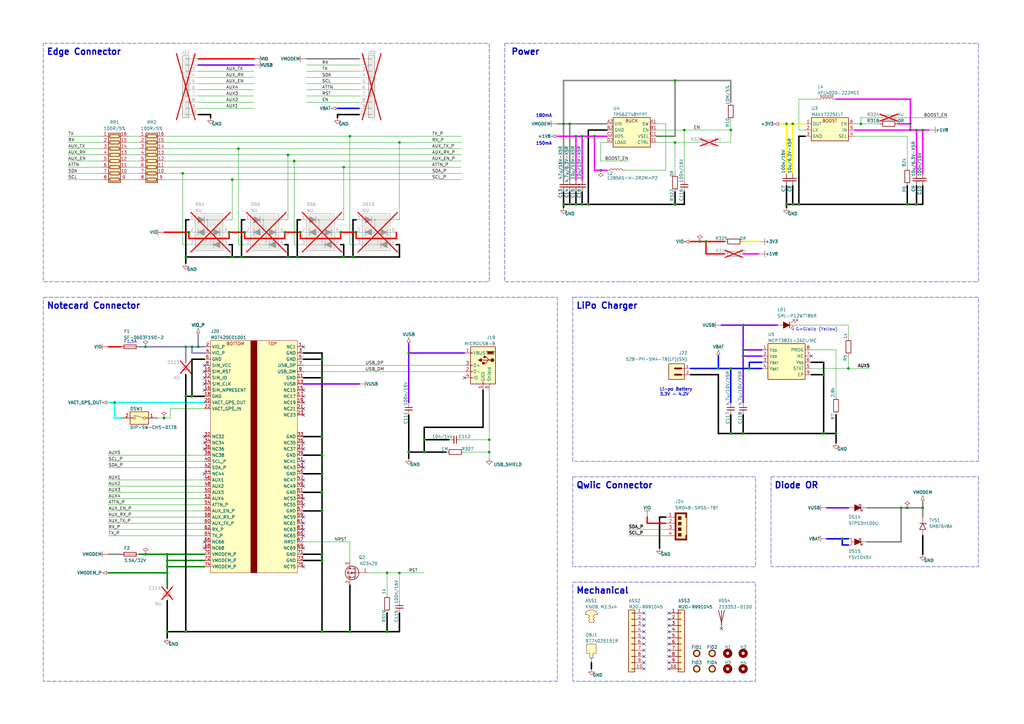
<source format=kicad_sch>
(kicad_sch (version 20230121) (generator eeschema)
  (paper "A3")
  (title_block (title "Notecarrier-B") (date "2023-03-14") (rev "A") (comment 1 "Blues Inc") (comment 2 "Heath Raftery"))
  (junction (at 372.11 208.28))
  (junction (at 299.72 177.8))
  (junction (at 100.33 95.25))
  (junction (at 304.8 146.05))
  (junction (at 342.9 177.8))
  (junction (at 158.75 234.95))
  (junction (at 238.76 55.88))
  (junction (at 74.93 71.12))
  (junction (at 121.92 105.41))
  (junction (at 144.78 105.41))
  (junction (at 143.51 55.88))
  (junction (at 200.66 180.34))
  (junction (at 78.74 162.56))
  (junction (at 116.84 95.25))
  (junction (at 132.08 209.55))
  (junction (at 337.82 177.8))
  (junction (at 299.72 53.34))
  (junction (at 68.58 229.87))
  (junction (at 59.69 227.33))
  (junction (at 123.19 95.25))
  (junction (at 146.05 95.25))
  (junction (at 325.12 50.8))
  (junction (at 132.08 259.08))
  (junction (at 173.99 185.42))
  (junction (at 132.08 229.87))
  (junction (at 231.14 83.82))
  (junction (at 132.08 227.33))
  (junction (at 132.08 194.31))
  (junction (at 132.08 154.94))
  (junction (at 373.38 50.8))
  (junction (at 304.8 177.8))
  (junction (at 299.72 151.13))
  (junction (at 76.2 162.56))
  (junction (at 68.58 227.33))
  (junction (at 95.25 73.66))
  (junction (at 68.58 234.95))
  (junction (at 158.75 259.08))
  (junction (at 132.08 201.93))
  (junction (at 238.76 83.82))
  (junction (at 378.46 208.28))
  (junction (at 304.8 133.35))
  (junction (at 173.99 180.34))
  (junction (at 280.67 53.34))
  (junction (at 132.08 186.69))
  (junction (at 139.7 95.25))
  (junction (at 322.58 83.82))
  (junction (at 347.98 151.13))
  (junction (at 289.56 99.06))
  (junction (at 322.58 50.8))
  (junction (at 46.99 165.1))
  (junction (at 337.82 153.67))
  (junction (at 276.86 83.82))
  (junction (at 307.34 151.13))
  (junction (at 140.97 68.58))
  (junction (at 369.57 208.28))
  (junction (at 294.64 151.13))
  (junction (at 276.86 58.42))
  (junction (at 236.22 83.82))
  (junction (at 95.25 105.41))
  (junction (at 76.2 259.08))
  (junction (at 325.12 83.82))
  (junction (at 81.28 142.24))
  (junction (at 276.86 33.02))
  (junction (at 327.66 83.82))
  (junction (at 163.83 234.95))
  (junction (at 78.74 142.24))
  (junction (at 236.22 55.88))
  (junction (at 375.92 53.34))
  (junction (at 68.58 232.41))
  (junction (at 93.98 95.25))
  (junction (at 120.65 66.04))
  (junction (at 76.2 105.41))
  (junction (at 243.84 55.88))
  (junction (at 163.83 58.42))
  (junction (at 77.47 95.25))
  (junction (at 132.08 179.07))
  (junction (at 372.11 83.82))
  (junction (at 68.58 259.08))
  (junction (at 353.06 50.8))
  (junction (at 143.51 259.08))
  (junction (at 241.3 83.82))
  (junction (at 287.02 99.06))
  (junction (at 118.11 63.5))
  (junction (at 99.06 105.41))
  (junction (at 231.14 50.8))
  (junction (at 132.08 147.32))
  (junction (at 246.38 69.85))
  (junction (at 378.46 53.34))
  (junction (at 200.66 185.42))
  (junction (at 67.31 171.45))
  (junction (at 304.8 143.51))
  (junction (at 167.64 185.42))
  (junction (at 345.44 220.98))
  (junction (at 97.79 60.96))
  (junction (at 59.69 142.24))
  (junction (at 140.97 105.41))
  (junction (at 76.2 142.24))
  (junction (at 233.68 50.8))
  (junction (at 167.64 144.78))
  (junction (at 118.11 105.41))
  (junction (at 373.38 53.34))
  (junction (at 375.92 83.82))
  (junction (at 233.68 83.82))
  (no_connect (at 83.82 222.25))
  (no_connect (at 190.5 154.94))
  (no_connect (at 124.46 170.18))
  (no_connect (at 83.82 160.02))
  (no_connect (at 83.82 152.4))
  (no_connect (at 83.82 181.61))
  (no_connect (at 274.32 271.78))
  (no_connect (at 83.82 154.94))
  (no_connect (at 124.46 142.24))
  (no_connect (at 124.46 196.85))
  (no_connect (at 124.46 217.17))
  (no_connect (at 124.46 199.39))
  (no_connect (at 83.82 224.79))
  (no_connect (at 264.16 271.78))
  (no_connect (at 332.74 146.05))
  (no_connect (at 274.32 254))
  (no_connect (at 274.32 261.62))
  (no_connect (at 124.46 162.56))
  (no_connect (at 124.46 167.64))
  (no_connect (at 83.82 149.86))
  (no_connect (at 264.16 251.46))
  (no_connect (at 274.32 264.16))
  (no_connect (at 274.32 274.32))
  (no_connect (at 124.46 214.63))
  (no_connect (at 83.82 179.07))
  (no_connect (at 124.46 189.23))
  (no_connect (at 264.16 256.54))
  (no_connect (at 124.46 191.77))
  (no_connect (at 264.16 261.62))
  (no_connect (at 264.16 274.32))
  (no_connect (at 124.46 232.41))
  (no_connect (at 83.82 184.15))
  (no_connect (at 124.46 219.71))
  (no_connect (at 124.46 224.79))
  (no_connect (at 124.46 204.47))
  (no_connect (at 124.46 212.09))
  (no_connect (at 274.32 266.7))
  (no_connect (at 274.32 251.46))
  (no_connect (at 124.46 207.01))
  (no_connect (at 264.16 266.7))
  (no_connect (at 124.46 184.15))
  (no_connect (at 124.46 181.61))
  (no_connect (at 83.82 194.31))
  (no_connect (at 264.16 259.08))
  (no_connect (at 274.32 256.54))
  (no_connect (at 274.32 259.08))
  (no_connect (at 274.32 269.24))
  (no_connect (at 83.82 157.48))
  (no_connect (at 264.16 264.16))
  (no_connect (at 124.46 165.1))
  (no_connect (at 124.46 160.02))
  (no_connect (at 264.16 254))
  (no_connect (at 295.91 257.81))
  (no_connect (at 264.16 269.24))
  (wire (pts (xy 231.14 33.02) (xy 231.14 50.8)) (stroke (width 0.6) (color 132 132 132 1)))
  (wire (pts (xy 360.68 48.26) (xy 353.06 48.26)))
  (wire (pts (xy 27.94 71.12) (xy 41.91 71.12)))
  (wire (pts (xy 44.45 217.17) (xy 83.82 217.17)))
  (wire (pts (xy 163.83 100.33) (xy 162.56 100.33)) (stroke (width 0.6) (color 0 0 0 1)))
  (wire (pts (xy 81.28 34.29) (xy 104.14 34.29)))
  (wire (pts (xy 330.2 53.34) (xy 327.66 53.34)))
  (wire (pts (xy 52.07 55.88) (xy 57.15 55.88)))
  (wire (pts (xy 139.7 90.17) (xy 140.97 90.17)))
  (wire (pts (xy 77.47 97.79) (xy 93.98 97.79)) (stroke (width 0.6) (color 255 0 0 1)))
  (wire (pts (xy 68.58 259.08) (xy 68.58 246.38)) (stroke (width 0.6) (color 0 0 0 1)))
  (wire (pts (xy 347.98 146.05) (xy 347.98 151.13)))
  (wire (pts (xy 76.2 142.24) (xy 76.2 148.59)) (stroke (width 0.6) (color 128 128 192 1)))
  (wire (pts (xy 125.73 29.21) (xy 147.32 29.21)))
  (wire (pts (xy 100.33 90.17) (xy 99.06 90.17)) (stroke (width 0.6) (color 0 0 0 1)))
  (wire (pts (xy 241.3 83.82) (xy 276.86 83.82)) (stroke (width 0.6) (color 0 0 0 1)))
  (wire (pts (xy 369.57 208.28) (xy 372.11 208.28)) (stroke (width 0.6) (color 132 132 132 1)))
  (wire (pts (xy 132.08 259.08) (xy 143.51 259.08)) (stroke (width 0.6) (color 0 0 0 1)))
  (wire (pts (xy 86.36 46.99) (xy 86.36 48.26)) (stroke (width 0.6) (color 0 0 0 1)))
  (wire (pts (xy 167.64 165.1) (xy 167.64 144.78)) (stroke (width 0.6) (color 128 0 255 1)))
  (wire (pts (xy 124.46 179.07) (xy 132.08 179.07)) (stroke (width 0.6) (color 0 0 0 1)))
  (wire (pts (xy 294.64 151.13) (xy 294.64 146.05)) (stroke (width 0.6) (color 0 0 255 1)))
  (wire (pts (xy 304.8 104.14) (xy 311.15 104.14)) (stroke (width 0.6) (color 255 0 255 1)))
  (wire (pts (xy 124.46 201.93) (xy 132.08 201.93)) (stroke (width 0.6) (color 0 0 0 1)))
  (wire (pts (xy 322.58 83.82) (xy 322.58 85.09)) (stroke (width 0.6) (color 0 0 0 1)))
  (wire (pts (xy 276.86 55.88) (xy 269.24 55.88)))
  (wire (pts (xy 163.83 234.95) (xy 173.99 234.95)))
  (wire (pts (xy 276.86 58.42) (xy 276.86 71.12)))
  (wire (pts (xy 81.28 137.16) (xy 81.28 142.24)) (stroke (width 0.6) (color 128 128 192 1)))
  (wire (pts (xy 144.78 105.41) (xy 163.83 105.41)) (stroke (width 0.6) (color 0 0 0 1)))
  (wire (pts (xy 304.8 133.35) (xy 295.91 133.35)) (stroke (width 0.6) (color 128 0 255 1)))
  (wire (pts (xy 378.46 53.34) (xy 381 53.34)) (stroke (width 0.6) (color 255 0 255 1)))
  (wire (pts (xy 167.64 170.18) (xy 167.64 185.42)) (stroke (width 0.6) (color 0 0 0 1)))
  (wire (pts (xy 67.31 95.25) (xy 77.47 95.25)) (stroke (width 0.6) (color 255 0 0 1)))
  (wire (pts (xy 100.33 100.33) (xy 97.79 100.33)))
  (wire (pts (xy 347.98 133.35) (xy 347.98 138.43)))
  (wire (pts (xy 294.64 177.8) (xy 299.72 177.8)) (stroke (width 0.6) (color 0 0 0 1)))
  (wire (pts (xy 52.07 63.5) (xy 57.15 63.5)))
  (wire (pts (xy 123.19 95.25) (xy 123.19 97.79)) (stroke (width 0.6) (color 255 0 0 1)))
  (wire (pts (xy 294.64 151.13) (xy 299.72 151.13)) (stroke (width 0.6) (color 0 0 255 1)))
  (wire (pts (xy 378.46 208.28) (xy 378.46 212.09)) (stroke (width 0.6) (color 132 132 132 1)))
  (wire (pts (xy 27.94 55.88) (xy 41.91 55.88)))
  (wire (pts (xy 140.97 105.41) (xy 144.78 105.41)) (stroke (width 0.6) (color 0 0 0 1)))
  (wire (pts (xy 167.64 144.78) (xy 190.5 144.78)) (stroke (width 0.6) (color 128 0 255 1)))
  (wire (pts (xy 67.31 55.88) (xy 143.51 55.88)))
  (wire (pts (xy 345.44 223.52) (xy 345.44 220.98)) (stroke (width 0.6) (color 0 0 255 1)))
  (wire (pts (xy 158.75 259.08) (xy 163.83 259.08)) (stroke (width 0.6) (color 0 0 0 1)))
  (wire (pts (xy 132.08 227.33) (xy 132.08 229.87)) (stroke (width 0.6) (color 0 0 0 1)))
  (wire (pts (xy 44.45 219.71) (xy 83.82 219.71)))
  (wire (pts (xy 269.24 55.88) (xy 276.86 55.88)) (stroke (width 0.6) (color 132 132 132 1)))
  (wire (pts (xy 355.6 222.25) (xy 369.57 222.25)) (stroke (width 0.6) (color 132 132 132 1)))
  (wire (pts (xy 320.04 50.8) (xy 322.58 50.8)) (stroke (width 0.6) (color 255 255 0 1)))
  (wire (pts (xy 69.85 171.45) (xy 67.31 171.45)))
  (wire (pts (xy 200.66 185.42) (xy 190.5 185.42)))
  (wire (pts (xy 140.97 105.41) (xy 140.97 100.33)) (stroke (width 0.6) (color 0 0 0 1)))
  (wire (pts (xy 347.98 208.28) (xy 339.09 208.28)) (stroke (width 0.6) (color 128 0 255 1)))
  (wire (pts (xy 52.07 58.42) (xy 57.15 58.42)))
  (wire (pts (xy 339.09 220.98) (xy 345.44 220.98)) (stroke (width 0.6) (color 0 0 255 1)))
  (wire (pts (xy 140.97 100.33) (xy 139.7 100.33)) (stroke (width 0.6) (color 0 0 0 1)))
  (wire (pts (xy 246.38 69.85) (xy 243.84 69.85)) (stroke (width 0.6) (color 255 0 255 1)))
  (wire (pts (xy 95.25 73.66) (xy 189.23 73.66)))
  (wire (pts (xy 67.31 73.66) (xy 95.25 73.66)))
  (wire (pts (xy 76.2 105.41) (xy 76.2 107.95)) (stroke (width 0.6) (color 0 0 0 1)))
  (wire (pts (xy 276.86 33.02) (xy 276.86 55.88)) (stroke (width 0.6) (color 132 132 132 1)))
  (wire (pts (xy 121.92 105.41) (xy 140.97 105.41)) (stroke (width 0.6) (color 0 0 0 1)))
  (wire (pts (xy 332.74 151.13) (xy 347.98 151.13)))
  (wire (pts (xy 242.57 271.78) (xy 242.57 274.32)) (stroke (width 0.6) (color 0 0 0 1)))
  (wire (pts (xy 132.08 209.55) (xy 132.08 227.33)) (stroke (width 0.6) (color 0 0 0 1)))
  (wire (pts (xy 76.2 259.08) (xy 68.58 259.08)) (stroke (width 0.6) (color 0 0 0 1)))
  (wire (pts (xy 283.21 151.13) (xy 294.64 151.13)) (stroke (width 0.6) (color 0 0 255 1)))
  (wire (pts (xy 238.76 55.88) (xy 236.22 55.88)) (stroke (width 0.6) (color 255 0 255 1)))
  (wire (pts (xy 44.45 207.01) (xy 83.82 207.01)))
  (wire (pts (xy 121.92 90.17) (xy 121.92 105.41)) (stroke (width 0.6) (color 0 0 0 1)))
  (wire (pts (xy 144.78 105.41) (xy 144.78 90.17)) (stroke (width 0.6) (color 0 0 0 1)))
  (wire (pts (xy 373.38 50.8) (xy 373.38 40.64)) (stroke (width 0.6) (color 255 0 255 1)))
  (wire (pts (xy 27.94 66.04) (xy 41.91 66.04)))
  (wire (pts (xy 228.6 50.8) (xy 231.14 50.8)) (stroke (width 0.6) (color 132 132 132 1)))
  (wire (pts (xy 99.06 90.17) (xy 99.06 105.41)) (stroke (width 0.6) (color 0 0 0 1)))
  (wire (pts (xy 100.33 97.79) (xy 116.84 97.79)) (stroke (width 0.6) (color 255 0 0 1)))
  (wire (pts (xy 158.75 234.95) (xy 158.75 243.84)))
  (wire (pts (xy 327.66 53.34) (xy 327.66 40.64)))
  (wire (pts (xy 52.07 68.58) (xy 57.15 68.58)))
  (wire (pts (xy 368.3 48.26) (xy 388.62 48.26)))
  (wire (pts (xy 118.11 100.33) (xy 116.84 100.33)) (stroke (width 0.6) (color 0 0 0 1)))
  (wire (pts (xy 124.46 194.31) (xy 132.08 194.31)) (stroke (width 0.6) (color 0 0 0 1)))
  (wire (pts (xy 289.56 99.06) (xy 289.56 104.14)) (stroke (width 0.6) (color 255 0 0 1)))
  (wire (pts (xy 44.45 165.1) (xy 46.99 165.1)) (stroke (width 0.6) (color 0 255 255 1)))
  (wire (pts (xy 59.69 142.24) (xy 76.2 142.24)) (stroke (width 0.6) (color 128 128 192 1)))
  (wire (pts (xy 76.2 162.56) (xy 78.74 162.56)) (stroke (width 0.6) (color 0 0 0 1)))
  (wire (pts (xy 44.45 214.63) (xy 83.82 214.63)))
  (wire (pts (xy 276.86 83.82) (xy 280.67 83.82)) (stroke (width 0.6) (color 0 0 0 1)))
  (wire (pts (xy 67.31 58.42) (xy 163.83 58.42)))
  (wire (pts (xy 143.51 55.88) (xy 189.23 55.88)))
  (wire (pts (xy 124.46 144.78) (xy 132.08 144.78)) (stroke (width 0.6) (color 0 0 0 1)))
  (wire (pts (xy 97.79 60.96) (xy 189.23 60.96)))
  (wire (pts (xy 231.14 33.02) (xy 276.86 33.02)) (stroke (width 0.6) (color 132 132 132 1)))
  (wire (pts (xy 294.64 58.42) (xy 299.72 58.42)))
  (wire (pts (xy 52.07 73.66) (xy 57.15 73.66)))
  (wire (pts (xy 233.68 50.8) (xy 248.92 50.8)) (stroke (width 0.6) (color 132 132 132 1)))
  (wire (pts (xy 337.82 153.67) (xy 337.82 177.8)) (stroke (width 0.6) (color 0 0 0 1)))
  (wire (pts (xy 327.66 40.64) (xy 335.28 40.64)))
  (wire (pts (xy 123.19 90.17) (xy 121.92 90.17)) (stroke (width 0.6) (color 0 0 0 1)))
  (wire (pts (xy 372.11 55.88) (xy 350.52 55.88)))
  (wire (pts (xy 44.45 212.09) (xy 83.82 212.09)))
  (wire (pts (xy 373.38 40.64) (xy 342.9 40.64)) (stroke (width 0.6) (color 255 0 255 1)))
  (wire (pts (xy 132.08 186.69) (xy 132.08 194.31)) (stroke (width 0.6) (color 0 0 0 1)))
  (wire (pts (xy 325.12 50.8) (xy 322.58 50.8)) (stroke (width 0.6) (color 255 255 0 1)))
  (wire (pts (xy 95.25 105.41) (xy 95.25 100.33)) (stroke (width 0.6) (color 0 0 0 1)))
  (wire (pts (xy 233.68 50.8) (xy 233.68 73.66)) (stroke (width 0.6) (color 132 132 132 1)))
  (wire (pts (xy 132.08 147.32) (xy 132.08 154.94)) (stroke (width 0.6) (color 0 0 0 1)))
  (wire (pts (xy 163.83 105.41) (xy 163.83 100.33)) (stroke (width 0.6) (color 0 0 0 1)))
  (wire (pts (xy 304.8 177.8) (xy 337.82 177.8)) (stroke (width 0.6) (color 0 0 0 1)))
  (wire (pts (xy 99.06 105.41) (xy 118.11 105.41)) (stroke (width 0.6) (color 0 0 0 1)))
  (wire (pts (xy 372.11 208.28) (xy 378.46 208.28)) (stroke (width 0.6) (color 132 132 132 1)))
  (wire (pts (xy 342.9 177.8) (xy 342.9 170.18)) (stroke (width 0.6) (color 0 0 0 1)))
  (wire (pts (xy 138.43 44.45) (xy 147.32 44.45)) (stroke (width 0.6) (color 0 0 255 1)))
  (wire (pts (xy 44.45 196.85) (xy 83.82 196.85)))
  (wire (pts (xy 118.11 63.5) (xy 118.11 90.17)))
  (wire (pts (xy 44.45 204.47) (xy 83.82 204.47)))
  (wire (pts (xy 76.2 162.56) (xy 76.2 259.08)) (stroke (width 0.6) (color 0 0 0 1)))
  (wire (pts (xy 276.86 33.02) (xy 299.72 33.02)) (stroke (width 0.6) (color 132 132 132 1)))
  (wire (pts (xy 27.94 63.5) (xy 41.91 63.5)))
  (wire (pts (xy 97.79 100.33) (xy 97.79 60.96)))
  (wire (pts (xy 68.58 227.33) (xy 83.82 227.33)) (stroke (width 0.6) (color 0 132 0 1)))
  (wire (pts (xy 173.99 180.34) (xy 184.15 180.34)) (stroke (width 0.6) (color 0 0 0 1)))
  (wire (pts (xy 139.7 95.25) (xy 146.05 95.25)) (stroke (width 0.6) (color 255 0 0 1)))
  (wire (pts (xy 265.43 214.63) (xy 273.05 214.63)) (stroke (width 0.6) (color 255 0 0 1)))
  (wire (pts (xy 327.66 55.88) (xy 327.66 83.82)) (stroke (width 0.6) (color 0 0 0 1)))
  (wire (pts (xy 124.46 209.55) (xy 132.08 209.55)) (stroke (width 0.6) (color 0 0 0 1)))
  (wire (pts (xy 67.31 171.45) (xy 64.77 171.45)))
  (wire (pts (xy 332.74 143.51) (xy 342.9 143.51)))
  (wire (pts (xy 77.47 100.33) (xy 74.93 100.33)))
  (wire (pts (xy 265.43 212.09) (xy 265.43 214.63)) (stroke (width 0.6) (color 255 0 0 1)))
  (wire (pts (xy 257.81 219.71) (xy 273.05 219.71)))
  (wire (pts (xy 246.38 66.04) (xy 257.81 66.04)))
  (wire (pts (xy 276.86 58.42) (xy 287.02 58.42)))
  (wire (pts (xy 78.74 144.78) (xy 83.82 144.78)) (stroke (width 0.6) (color 128 128 192 1)))
  (wire (pts (xy 123.19 100.33) (xy 120.65 100.33)))
  (wire (pts (xy 276.86 83.82) (xy 276.86 78.74)) (stroke (width 0.6) (color 0 0 0 1)))
  (wire (pts (xy 118.11 105.41) (xy 121.92 105.41)) (stroke (width 0.6) (color 0 0 0 1)))
  (wire (pts (xy 322.58 50.8) (xy 322.58 71.12)) (stroke (width 0.6) (color 255 255 0 1)))
  (wire (pts (xy 243.84 69.85) (xy 243.84 55.88)) (stroke (width 0.6) (color 255 0 255 1)))
  (wire (pts (xy 140.97 68.58) (xy 140.97 90.17)))
  (wire (pts (xy 116.84 90.17) (xy 118.11 90.17)))
  (wire (pts (xy 124.46 154.94) (xy 132.08 154.94)) (stroke (width 0.6) (color 0 0 0 1)))
  (wire (pts (xy 345.44 223.52) (xy 347.98 223.52)) (stroke (width 0.6) (color 0 0 255 1)))
  (wire (pts (xy 327.66 55.88) (xy 330.2 55.88)) (stroke (width 0.6) (color 0 0 0 1)))
  (wire (pts (xy 378.46 76.2) (xy 378.46 83.82)) (stroke (width 0.6) (color 0 0 0 1)))
  (wire (pts (xy 67.31 68.58) (xy 140.97 68.58)))
  (wire (pts (xy 270.51 212.09) (xy 273.05 212.09)) (stroke (width 0.6) (color 0 0 0 1)))
  (wire (pts (xy 241.3 83.82) (xy 238.76 83.82)) (stroke (width 0.6) (color 0 0 0 1)))
  (wire (pts (xy 132.08 154.94) (xy 132.08 179.07)) (stroke (width 0.6) (color 0 0 0 1)))
  (wire (pts (xy 59.69 227.33) (xy 68.58 227.33)) (stroke (width 0.6) (color 0 132 0 1)))
  (wire (pts (xy 81.28 26.67) (xy 104.14 26.67)) (stroke (width 0.6) (color 128 0 255 1)))
  (wire (pts (xy 81.28 142.24) (xy 83.82 142.24)) (stroke (width 0.6) (color 128 128 192 1)))
  (wire (pts (xy 140.97 68.58) (xy 189.23 68.58)))
  (wire (pts (xy 246.38 69.85) (xy 248.92 69.85)) (stroke (width 0.6) (color 255 0 255 1)))
  (wire (pts (xy 146.05 95.25) (xy 146.05 97.79)) (stroke (width 0.6) (color 255 0 0 1)))
  (wire (pts (xy 81.28 41.91) (xy 104.14 41.91)))
  (wire (pts (xy 125.73 39.37) (xy 147.32 39.37)))
  (wire (pts (xy 307.34 151.13) (xy 312.42 151.13)) (stroke (width 0.6) (color 0 0 255 1)))
  (wire (pts (xy 44.45 189.23) (xy 83.82 189.23)))
  (wire (pts (xy 375.92 83.82) (xy 375.92 76.2)) (stroke (width 0.6) (color 0 0 0 1)))
  (wire (pts (xy 124.46 157.48) (xy 147.32 157.48)) (stroke (width 0.6) (color 128 0 255 1)))
  (wire (pts (xy 139.7 97.79) (xy 139.7 95.25)) (stroke (width 0.6) (color 255 0 0 1)))
  (wire (pts (xy 67.31 60.96) (xy 97.79 60.96)))
  (wire (pts (xy 307.34 151.13) (xy 307.34 148.59)) (stroke (width 0.6) (color 0 0 255 1)))
  (wire (pts (xy 228.6 55.88) (xy 236.22 55.88)) (stroke (width 0.6) (color 255 0 255 1)))
  (wire (pts (xy 322.58 83.82) (xy 322.58 76.2)) (stroke (width 0.6) (color 0 0 0 1)))
  (wire (pts (xy 125.73 31.75) (xy 147.32 31.75)))
  (wire (pts (xy 294.64 153.67) (xy 294.64 177.8)) (stroke (width 0.6) (color 0 0 0 1)))
  (wire (pts (xy 236.22 55.88) (xy 236.22 73.66)) (stroke (width 0.6) (color 255 0 255 1)))
  (wire (pts (xy 76.2 153.67) (xy 76.2 162.56)) (stroke (width 0.6) (color 0 0 0 1)))
  (wire (pts (xy 74.93 100.33) (xy 74.93 71.12)))
  (wire (pts (xy 273.05 69.85) (xy 273.05 50.8)))
  (wire (pts (xy 52.07 71.12) (xy 57.15 71.12)))
  (wire (pts (xy 76.2 90.17) (xy 76.2 105.41)) (stroke (width 0.6) (color 0 0 0 1)))
  (wire (pts (xy 68.58 229.87) (xy 83.82 229.87)) (stroke (width 0.6) (color 0 132 0 1)))
  (wire (pts (xy 373.38 53.34) (xy 373.38 50.8)) (stroke (width 0.6) (color 255 0 255 1)))
  (wire (pts (xy 125.73 24.13) (xy 147.32 24.13)) (stroke (width 0.6) (color 132 132 132 1)))
  (wire (pts (xy 246.38 58.42) (xy 246.38 66.04)))
  (wire (pts (xy 236.22 83.82) (xy 238.76 83.82)) (stroke (width 0.6) (color 0 0 0 1)))
  (wire (pts (xy 299.72 151.13) (xy 307.34 151.13)) (stroke (width 0.6) (color 0 0 255 1)))
  (wire (pts (xy 158.75 234.95) (xy 163.83 234.95)))
  (wire (pts (xy 231.14 50.8) (xy 231.14 73.66)) (stroke (width 0.6) (color 132 132 132 1)))
  (wire (pts (xy 299.72 177.8) (xy 299.72 170.18)) (stroke (width 0.6) (color 0 0 0 1)))
  (wire (pts (xy 95.25 100.33) (xy 93.98 100.33)) (stroke (width 0.6) (color 0 0 0 1)))
  (wire (pts (xy 304.8 143.51) (xy 312.42 143.51)) (stroke (width 0.6) (color 128 0 255 1)))
  (wire (pts (xy 124.46 149.86) (xy 190.5 149.86)))
  (wire (pts (xy 375.92 53.34) (xy 375.92 71.12)) (stroke (width 0.6) (color 255 0 255 1)))
  (wire (pts (xy 304.8 143.51) (xy 304.8 146.05)) (stroke (width 0.6) (color 128 0 255 1)))
  (wire (pts (xy 132.08 144.78) (xy 132.08 147.32)) (stroke (width 0.6) (color 0 0 0 1)))
  (wire (pts (xy 68.58 229.87) (xy 68.58 232.41)) (stroke (width 0.6) (color 0 132 0 1)))
  (wire (pts (xy 322.58 83.82) (xy 325.12 83.82)) (stroke (width 0.6) (color 0 0 0 1)))
  (wire (pts (xy 95.25 90.17) (xy 95.25 73.66)))
  (wire (pts (xy 167.64 187.96) (xy 167.64 185.42)) (stroke (width 0.6) (color 0 0 0 1)))
  (wire (pts (xy 200.66 185.42) (xy 200.66 187.96)))
  (wire (pts (xy 236.22 83.82) (xy 236.22 78.74)) (stroke (width 0.6) (color 0 0 0 1)))
  (wire (pts (xy 325.12 50.8) (xy 325.12 71.12)) (stroke (width 0.6) (color 255 255 0 1)))
  (wire (pts (xy 337.82 177.8) (xy 342.9 177.8)) (stroke (width 0.6) (color 0 0 0 1)))
  (wire (pts (xy 44.45 191.77) (xy 83.82 191.77)))
  (wire (pts (xy 327.66 83.82) (xy 325.12 83.82)) (stroke (width 0.6) (color 0 0 0 1)))
  (wire (pts (xy 132.08 229.87) (xy 132.08 259.08)) (stroke (width 0.6) (color 0 0 0 1)))
  (wire (pts (xy 124.46 186.69) (xy 132.08 186.69)) (stroke (width 0.6) (color 0 0 0 1)))
  (wire (pts (xy 81.28 36.83) (xy 104.14 36.83)))
  (wire (pts (xy 231.14 83.82) (xy 233.68 83.82)) (stroke (width 0.6) (color 0 0 0 1)))
  (wire (pts (xy 46.99 171.45) (xy 49.53 171.45)) (stroke (width 0.6) (color 0 255 255 1)))
  (wire (pts (xy 158.75 259.08) (xy 158.75 251.46)) (stroke (width 0.6) (color 0 0 0 1)))
  (wire (pts (xy 299.72 53.34) (xy 299.72 49.53)))
  (wire (pts (xy 372.11 83.82) (xy 375.92 83.82)) (stroke (width 0.6) (color 0 0 0 1)))
  (wire (pts (xy 76.2 142.24) (xy 78.74 142.24)) (stroke (width 0.6) (color 128 128 192 1)))
  (wire (pts (xy 163.83 259.08) (xy 163.83 251.46)) (stroke (width 0.6) (color 0 0 0 1)))
  (wire (pts (xy 372.11 83.82) (xy 372.11 76.2)) (stroke (width 0.6) (color 0 0 0 1)))
  (wire (pts (xy 200.66 180.34) (xy 200.66 160.02)))
  (wire (pts (xy 93.98 97.79) (xy 93.98 95.25)) (stroke (width 0.6) (color 255 0 0 1)))
  (wire (pts (xy 143.51 55.88) (xy 143.51 100.33)))
  (wire (pts (xy 231.14 83.82) (xy 231.14 78.74)) (stroke (width 0.6) (color 0 0 0 1)))
  (wire (pts (xy 143.51 229.87) (xy 143.51 222.25)))
  (wire (pts (xy 57.15 142.24) (xy 59.69 142.24)) (stroke (width 0.6) (color 128 128 192 1)))
  (wire (pts (xy 167.64 185.42) (xy 173.99 185.42)) (stroke (width 0.6) (color 0 0 0 1)))
  (wire (pts (xy 304.8 133.35) (xy 318.77 133.35)) (stroke (width 0.6) (color 128 0 255 1)))
  (wire (pts (xy 248.92 58.42) (xy 246.38 58.42)))
  (wire (pts (xy 81.28 31.75) (xy 104.14 31.75)))
  (wire (pts (xy 146.05 100.33) (xy 143.51 100.33)))
  (wire (pts (xy 243.84 55.88) (xy 238.76 55.88)) (stroke (width 0.6) (color 255 0 255 1)))
  (wire (pts (xy 27.94 58.42) (xy 41.91 58.42)))
  (wire (pts (xy 132.08 201.93) (xy 132.08 209.55)) (stroke (width 0.6) (color 0 0 0 1)))
  (wire (pts (xy 163.83 58.42) (xy 163.83 90.17)))
  (wire (pts (xy 81.28 46.99) (xy 86.36 46.99)) (stroke (width 0.6) (color 0 0 0 1)))
  (wire (pts (xy 44.45 142.24) (xy 49.53 142.24)) (stroke (width 0.6) (color 255 0 0 1)))
  (wire (pts (xy 280.67 83.82) (xy 280.67 78.74)) (stroke (width 0.6) (color 0 0 0 1)))
  (wire (pts (xy 337.82 148.59) (xy 332.74 148.59)) (stroke (width 0.6) (color 0 0 0 1)))
  (wire (pts (xy 287.02 99.06) (xy 289.56 99.06)) (stroke (width 0.6) (color 255 0 0 1)))
  (wire (pts (xy 233.68 83.82) (xy 233.68 78.74)) (stroke (width 0.6) (color 0 0 0 1)))
  (wire (pts (xy 44.45 199.39) (xy 83.82 199.39)))
  (wire (pts (xy 46.99 165.1) (xy 83.82 165.1)) (stroke (width 0.6) (color 0 255 255 1)))
  (wire (pts (xy 378.46 219.71) (xy 378.46 227.33)) (stroke (width 0.6) (color 0 0 0 1)))
  (wire (pts (xy 311.15 99.06) (xy 304.8 99.06)) (stroke (width 0.6) (color 255 255 0 1)))
  (wire (pts (xy 143.51 222.25) (xy 124.46 222.25)))
  (wire (pts (xy 143.51 259.08) (xy 158.75 259.08)) (stroke (width 0.6) (color 0 0 0 1)))
  (wire (pts (xy 81.28 24.13) (xy 104.14 24.13)) (stroke (width 0.6) (color 255 0 0 1)))
  (wire (pts (xy 69.85 167.64) (xy 69.85 171.45)))
  (wire (pts (xy 163.83 234.95) (xy 163.83 246.38)))
  (wire (pts (xy 44.45 227.33) (xy 49.53 227.33)) (stroke (width 0.6) (color 132 132 132 1)))
  (wire (pts (xy 269.24 58.42) (xy 276.86 58.42)))
  (wire (pts (xy 151.13 234.95) (xy 158.75 234.95)))
  (wire (pts (xy 342.9 143.51) (xy 342.9 162.56)))
  (wire (pts (xy 304.8 177.8) (xy 304.8 170.18)) (stroke (width 0.6) (color 0 0 0 1)))
  (wire (pts (xy 304.8 133.35) (xy 304.8 143.51)) (stroke (width 0.6) (color 128 0 255 1)))
  (wire (pts (xy 76.2 259.08) (xy 132.08 259.08)) (stroke (width 0.6) (color 0 0 0 1)))
  (wire (pts (xy 67.31 71.12) (xy 74.93 71.12)))
  (wire (pts (xy 283.21 153.67) (xy 294.64 153.67)) (stroke (width 0.6) (color 0 0 0 1)))
  (wire (pts (xy 78.74 147.32) (xy 83.82 147.32)) (stroke (width 0.6) (color 0 0 0 1)))
  (wire (pts (xy 68.58 232.41) (xy 68.58 234.95)) (stroke (width 0.6) (color 0 132 0 1)))
  (wire (pts (xy 27.94 68.58) (xy 41.91 68.58)))
  (wire (pts (xy 270.51 224.79) (xy 270.51 212.09)) (stroke (width 0.6) (color 0 0 0 1)))
  (wire (pts (xy 173.99 175.26) (xy 173.99 180.34)) (stroke (width 0.6) (color 0 0 0 1)))
  (wire (pts (xy 100.33 95.25) (xy 100.33 97.79)) (stroke (width 0.6) (color 255 0 0 1)))
  (wire (pts (xy 289.56 99.06) (xy 297.18 99.06)) (stroke (width 0.6) (color 255 0 0 1)))
  (wire (pts (xy 372.11 68.58) (xy 372.11 55.88)))
  (wire (pts (xy 304.8 146.05) (xy 304.8 165.1)) (stroke (width 0.6) (color 128 0 255 1)))
  (wire (pts (xy 350.52 53.34) (xy 373.38 53.34)) (stroke (width 0.6) (color 255 0 255 1)))
  (wire (pts (xy 52.07 66.04) (xy 57.15 66.04)))
  (wire (pts (xy 44.45 201.93) (xy 83.82 201.93)))
  (wire (pts (xy 289.56 104.14) (xy 297.18 104.14)) (stroke (width 0.6) (color 255 0 0 1)))
  (wire (pts (xy 280.67 53.34) (xy 269.24 53.34)))
  (wire (pts (xy 173.99 185.42) (xy 182.88 185.42)) (stroke (width 0.6) (color 0 0 0 1)))
  (wire (pts (xy 78.74 144.78) (xy 78.74 142.24)) (stroke (width 0.6) (color 128 128 192 1)))
  (wire (pts (xy 124.46 229.87) (xy 132.08 229.87)) (stroke (width 0.6) (color 0 0 0 1)))
  (wire (pts (xy 173.99 175.26) (xy 198.12 175.26)) (stroke (width 0.6) (color 0 0 0 1)))
  (wire (pts (xy 304.8 146.05) (xy 312.42 146.05)) (stroke (width 0.6) (color 128 0 255 1)))
  (wire (pts (xy 52.07 60.96) (xy 57.15 60.96)))
  (wire (pts (xy 124.46 152.4) (xy 190.5 152.4)))
  (wire (pts (xy 67.31 66.04) (xy 120.65 66.04)))
  (wire (pts (xy 347.98 151.13) (xy 356.87 151.13)))
  (wire (pts (xy 378.46 71.12) (xy 378.46 53.34)) (stroke (width 0.6) (color 255 0 255 1)))
  (wire (pts (xy 273.05 50.8) (xy 269.24 50.8)))
  (wire (pts (xy 83.82 167.64) (xy 69.85 167.64)))
  (wire (pts (xy 125.73 34.29) (xy 147.32 34.29)))
  (wire (pts (xy 118.11 63.5) (xy 189.23 63.5)))
  (wire (pts (xy 81.28 39.37) (xy 104.14 39.37)))
  (wire (pts (xy 325.12 83.82) (xy 325.12 76.2)) (stroke (width 0.6) (color 0 0 0 1)))
  (wire (pts (xy 337.82 148.59) (xy 337.82 153.67)) (stroke (width 0.6) (color 0 0 0 1)))
  (wire (pts (xy 46.99 165.1) (xy 46.99 171.45)) (stroke (width 0.6) (color 0 255 255 1)))
  (wire (pts (xy 189.23 180.34) (xy 200.66 180.34)))
  (wire (pts (xy 200.66 180.34) (xy 200.66 185.42)))
  (wire (pts (xy 44.45 234.95) (xy 68.58 234.95)) (stroke (width 0.6) (color 0 132 0 1)))
  (wire (pts (xy 78.74 162.56) (xy 83.82 162.56)) (stroke (width 0.6) (color 0 0 0 1)))
  (wire (pts (xy 68.58 259.08) (xy 68.58 261.62)) (stroke (width 0.6) (color 0 0 0 1)))
  (wire (pts (xy 373.38 50.8) (xy 368.3 50.8)) (stroke (width 0.6) (color 255 0 255 1)))
  (wire (pts (xy 76.2 105.41) (xy 95.25 105.41)) (stroke (width 0.6) (color 0 0 0 1)))
  (wire (pts (xy 173.99 180.34) (xy 173.99 185.42)) (stroke (width 0.6) (color 0 0 0 1)))
  (wire (pts (xy 27.94 60.96) (xy 41.91 60.96)))
  (wire (pts (xy 116.84 95.25) (xy 116.84 97.79)) (stroke (width 0.6) (color 255 0 0 1)))
  (wire (pts (xy 233.68 83.82) (xy 236.22 83.82)) (stroke (width 0.6) (color 0 0 0 1)))
  (wire (pts (xy 326.39 133.35) (xy 347.98 133.35)))
  (wire (pts (xy 93.98 90.17) (xy 95.25 90.17)))
  (wire (pts (xy 241.3 53.34) (xy 248.92 53.34)) (stroke (width 0.6) (color 0 0 0 1)))
  (wire (pts (xy 93.98 95.25) (xy 100.33 95.25)) (stroke (width 0.6) (color 255 0 0 1)))
  (wire (pts (xy 312.42 148.59) (xy 307.34 148.59)) (stroke (width 0.6) (color 0 0 255 1)))
  (wire (pts (xy 44.45 186.69) (xy 83.82 186.69)))
  (wire (pts (xy 95.25 105.41) (xy 99.06 105.41)) (stroke (width 0.6) (color 0 0 0 1)))
  (wire (pts (xy 299.72 58.42) (xy 299.72 53.34)))
  (wire (pts (xy 353.06 48.26) (xy 353.06 50.8)))
  (wire (pts (xy 78.74 142.24) (xy 81.28 142.24)) (stroke (width 0.6) (color 128 128 192 1)))
  (wire (pts (xy 345.44 220.98) (xy 347.98 220.98)) (stroke (width 0.6) (color 0 0 255 1)))
  (wire (pts (xy 167.64 144.78) (xy 167.64 140.97)) (stroke (width 0.6) (color 128 0 255 1)))
  (wire (pts (xy 198.12 175.26) (xy 198.12 160.02)) (stroke (width 0.6) (color 0 0 0 1)))
  (wire (pts (xy 369.57 208.28) (xy 369.57 222.25)) (stroke (width 0.6) (color 132 132 132 1)))
  (wire (pts (xy 147.32 46.99) (xy 138.43 46.99)) (stroke (width 0.6) (color 0 0 0 1)))
  (wire (pts (xy 120.65 66.04) (xy 189.23 66.04)))
  (wire (pts (xy 238.76 83.82) (xy 238.76 78.74)) (stroke (width 0.6) (color 0 0 0 1)))
  (wire (pts (xy 375.92 83.82) (xy 378.46 83.82)) (stroke (width 0.6) (color 0 0 0 1)))
  (wire (pts (xy 162.56 90.17) (xy 163.83 90.17)))
  (wire (pts (xy 238.76 55.88) (xy 238.76 73.66)) (stroke (width 0.6) (color 255 0 255 1)))
  (wire (pts (xy 74.93 71.12) (xy 189.23 71.12)))
  (wire (pts (xy 280.67 53.34) (xy 299.72 53.34)))
  (wire (pts (xy 116.84 95.25) (xy 123.19 95.25)) (stroke (width 0.6) (color 255 0 0 1)))
  (wire (pts (xy 163.83 58.42) (xy 189.23 58.42)))
  (wire (pts (xy 327.66 83.82) (xy 372.11 83.82)) (stroke (width 0.6) (color 0 0 0 1)))
  (wire (pts (xy 299.72 41.91) (xy 299.72 33.02)) (stroke (width 0.6) (color 132 132 132 1)))
  (wire (pts (xy 125.73 36.83) (xy 147.32 36.83)))
  (wire (pts (xy 337.82 153.67) (xy 332.74 153.67)) (stroke (width 0.6) (color 0 0 0 1)))
  (wire (pts (xy 299.72 151.13) (xy 299.72 165.1)) (stroke (width 0.6) (color 0 0 255 1)))
  (wire (pts (xy 299.72 177.8) (xy 304.8 177.8)) (stroke (width 0.6) (color 0 0 0 1)))
  (wire (pts (xy 67.31 63.5) (xy 118.11 63.5)))
  (wire (pts (xy 342.9 177.8) (xy 342.9 181.61)) (stroke (width 0.6) (color 0 0 0 1)))
  (wire (pts (xy 77.47 95.25) (xy 77.47 97.79)) (stroke (width 0.6) (color 255 0 0 1)))
  (wire (pts (xy 144.78 90.17) (xy 146.05 90.17)) (stroke (width 0.6) (color 0 0 0 1)))
  (wire (pts (xy 44.45 209.55) (xy 83.82 209.55)))
  (wire (pts (xy 143.51 240.03) (xy 143.51 259.08)) (stroke (width 0.6) (color 0 0 0 1)))
  (wire (pts (xy 256.54 69.85) (xy 273.05 69.85)))
  (wire (pts (xy 120.65 66.04) (xy 120.65 100.33)))
  (wire (pts (xy 231.14 83.82) (xy 231.14 85.09)) (stroke (width 0.6) (color 0 0 0 1)))
  (wire (pts (xy 350.52 50.8) (xy 353.06 50.8)))
  (wire (pts (xy 375.92 53.34) (xy 378.46 53.34)) (stroke (width 0.6) (color 255 0 255 1)))
  (wire (pts (xy 124.46 147.32) (xy 132.08 147.32)) (stroke (width 0.6) (color 0 0 0 1)))
  (wire (pts (xy 248.92 55.88) (xy 243.84 55.88)) (stroke (width 0.6) (color 255 0 255 1)))
  (wire (pts (xy 78.74 147.32) (xy 78.74 162.56)) (stroke (width 0.6) (color 0 0 0 1)))
  (wire (pts (xy 353.06 50.8) (xy 360.68 50.8)))
  (wire (pts (xy 27.94 73.66) (xy 41.91 73.66)))
  (wire (pts (xy 124.46 227.33) (xy 132.08 227.33)) (stroke (width 0.6) (color 0 0 0 1)))
  (wire (pts (xy 257.81 217.17) (xy 273.05 217.17)))
  (wire (pts (xy 378.46 205.74) (xy 378.46 208.28)) (stroke (width 0.6) (color 132 132 132 1)))
  (wire (pts (xy 325.12 50.8) (xy 330.2 50.8)) (stroke (width 0.6) (color 255 255 0 1)))
  (wire (pts (xy 81.28 44.45) (xy 104.14 44.45)))
  (wire (pts (xy 233.68 50.8) (xy 231.14 50.8)) (stroke (width 0.6) (color 132 132 132 1)))
  (wire (pts (xy 118.11 105.41) (xy 118.11 100.33)) (stroke (width 0.6) (color 0 0 0 1)))
  (wire (pts (xy 132.08 194.31) (xy 132.08 201.93)) (stroke (width 0.6) (color 0 0 0 1)))
  (wire (pts (xy 125.73 26.67) (xy 147.32 26.67)))
  (wire (pts (xy 373.38 53.34) (xy 375.92 53.34)) (stroke (width 0.6) (color 255 0 255 1)))
  (wire (pts (xy 146.05 97.79) (xy 162.56 97.79)) (stroke (width 0.6) (color 255 0 0 1)))
  (wire (pts (xy 283.21 99.06) (xy 287.02 99.06)) (stroke (width 0.6) (color 255 0 0 1)))
  (wire (pts (xy 81.28 29.21) (xy 104.14 29.21)))
  (wire (pts (xy 132.08 179.07) (xy 132.08 186.69)) (stroke (width 0.6) (color 0 0 0 1)))
  (wire (pts (xy 123.19 97.79) (xy 139.7 97.79)) (stroke (width 0.6) (color 255 0 0 1)))
  (wire (pts (xy 68.58 227.33) (xy 68.58 229.87)) (stroke (width 0.6) (color 0 132 0 1)))
  (wire (pts (xy 241.3 53.34) (xy 241.3 83.82)) (stroke (width 0.6) (color 0 0 0 1)))
  (wire (pts (xy 68.58 234.95) (xy 68.58 241.3)) (stroke (width 0.6) (color 0 132 0 1)))
  (wire (pts (xy 355.6 208.28) (xy 369.57 208.28)) (stroke (width 0.6) (color 132 132 132 1)))
  (wire (pts (xy 77.47 90.17) (xy 76.2 90.17)) (stroke (width 0.6) (color 0 0 0 1)))
  (wire (pts (xy 68.58 232.41) (xy 83.82 232.41)) (stroke (width 0.6) (color 0 132 0 1)))
  (wire (pts (xy 162.56 97.79) (xy 162.56 95.25)) (stroke (width 0.6) (color 255 0 0 1)))
  (wire (pts (xy 138.43 46.99) (xy 138.43 48.26)) (stroke (width 0.6) (color 0 0 0 1)))
  (wire (pts (xy 280.67 73.66) (xy 280.67 53.34)))
  (wire (pts (xy 57.15 227.33) (xy 59.69 227.33)) (stroke (width 0.6) (color 0 132 0 1)))
  (wire (pts (xy 125.73 41.91) (xy 147.32 41.91)))
  (rectangle (start 234.95 238.76) (end 309.88 279.4) (stroke (width 0) (type dash)))
  (rectangle (start 234.95 195.58) (end 309.88 232.41) (stroke (width 0) (type dash)))
  (rectangle (start 17.78 121.92) (end 228.6 279.4) (stroke (width 0) (type dash)))
  (rectangle (start 207.01 17.78) (end 401.32 115.57) (stroke (width 0) (type dash)))
  (rectangle (start 316.23 195.58) (end 401.32 232.41) (stroke (width 0) (type dash)))
  (rectangle (start 17.78 17.78) (end 200.66 115.57) (stroke (width 0) (type dash)))
  (rectangle (start 234.95 121.92) (end 401.32 189.23) (stroke (width 0) (type dash)))
  (text "LiPo Charger" (at 236.22 127 0) (effects (font (size 2.54 2.54) (thickness 0.508) bold) (justify left bottom)))
  (text "Mechanical" (at 236.22 243.84 0) (effects (font (size 2.54 2.54) (thickness 0.508) bold) (justify left bottom)))
  (text "G=Giallo (Yellow)" (at 326.39 135.89 0) (effects (font (size 1.27 1.27)) (justify left bottom)))
  (text "Qwiic Connector" (at 236.22 200.66 0) (effects (font (size 2.54 2.54) (thickness 0.508) bold) (justify left bottom)))
  (text "150mA" (at 219.71 59.69 0) (effects (font (size 1.27 1.27) (thickness 0.254) bold) (justify left bottom)))
  (text "180mA" (at 219.71 48.26 0) (effects (font (size 1.27 1.27) (thickness 0.254) bold) (justify left bottom)))
  (text "Li-po Battery\n3.3V - 4.2V" (at 270.51 162.56 0) (effects (font (size 1.27 1.27) bold) (justify left bottom)))
  (text "F1.5A" (at 50.8 140.97 0) (effects (font (size 1.27 1.27)) (justify left bottom)))
  (text "Edge Connector" (at 19.05 22.86 0) (effects (font (size 2.54 2.54) (thickness 0.508) bold) (justify left bottom)))
  (text "Notecard Connector" (at 19.05 127 0) (effects (font (size 2.54 2.54) (thickness 0.508) bold) (justify left bottom)))
  (text "Power" (at 209.55 22.86 0) (effects (font (size 2.54 2.54) (thickness 0.508) bold) (justify left bottom)))
  (text "Diode OR" (at 317.5 200.66 0) (effects (font (size 2.54 2.54) (thickness 0.508) bold) (justify left bottom)))
  (label "AUX4" (at 44.45 204.47 0))
  (label "AUX3" (at 92.71 39.37 0))
  (label "RX" (at 132.08 26.67 0))
  (label "AUX_TX" (at 27.94 60.96 0))
  (label "RX" (at 27.94 58.42 0))
  (label "SDA_P" (at 177.165 71.12 0))
  (label "USB_DM" (at 149.86 152.4 0))
  (label "RST" (at 132.08 39.37 0))
  (label "RX_P" (at 44.45 217.17 0))
  (label "AUX2" (at 44.45 199.39 0))
  (label "AUX_TX" (at 92.71 29.21 0))
  (label "ATTN" (at 27.94 68.58 0))
  (label "AUX_RX_P" (at 44.45 212.09 0))
  (label "BOOST_EN" (at 388.62 48.26 180))
  (label "ATTN_P" (at 177.165 68.58 0))
  (label "AUX_TX_P" (at 44.45 214.63 0))
  (label "AUX_EN_P" (at 44.45 209.55 0))
  (label "AUX_EN_P" (at 177.165 66.04 0))
  (label "NRST" (at 137.16 222.25 0))
  (label "RST" (at 167.64 234.95 0))
  (label "TX" (at 27.94 55.88 0))
  (label "TX" (at 132.08 29.21 0))
  (label "AUX5" (at 44.45 186.69 0))
  (label "AUX_RX" (at 27.94 63.5 0))
  (label "RX_P" (at 177.165 58.42 0))
  (label "SDA" (at 27.94 71.12 0))
  (label "TX_P" (at 44.45 219.71 0))
  (label "AUX1" (at 92.71 44.45 0))
  (label "AUX_EN" (at 92.71 34.29 0))
  (label "AUX_EN" (at 27.94 66.04 0))
  (label "TX_P" (at 177.165 55.88 0))
  (label "AUX2" (at 92.71 41.91 0))
  (label "AUX_RX_P" (at 177.165 63.5 0))
  (label "AUX_TX_P" (at 177.165 60.96 0))
  (label "USB_DP" (at 149.86 149.86 0))
  (label "EN" (at 132.08 41.91 0))
  (label "SCL" (at 27.94 73.66 0))
  (label "SDA_P" (at 44.45 191.77 0))
  (label "AUX4" (at 92.71 36.83 0))
  (label "ATTN" (at 132.08 36.83 0))
  (label "ATTN_P" (at 44.45 207.01 0))
  (label "BOOST_EN" (at 257.81 66.04 180))
  (label "AUX1" (at 44.45 196.85 0))
  (label "EN" (at 284.48 53.34 0))
  (label "SCL_P" (at 257.81 219.71 0) (effects (font bold)))
  (label "AUX5" (at 356.87 151.13 180) (effects (font bold)))
  (label "SDA_P" (at 257.81 217.17 0) (effects (font bold)))
  (label "SDA" (at 132.08 31.75 0))
  (label "AUX_RX" (at 92.71 31.75 0))
  (label "SCL" (at 132.08 34.29 0))
  (label "SCL_P" (at 177.165 73.66 0))
  (label "SCL_P" (at 44.45 189.23 0))
  (label "AUX3" (at 44.45 201.93 0))
  (symbol (lib_id "blues-kicad-lib:mechanical_Standoff_Pad") (at 242.57 267.97 0) (unit 1)
    (property "Reference" "OBJ1" (at 240.03 260.35 0) (effects (justify left)))
    (property "Value" "9774025151R" (at 240.03 262.89 0) (effects (justify left)))
    (property "Footprint" "blues-kicad-lib:DIST-WASMSIM0250" (effects hide))
    (property "Description" "DISTANZ. CIL. METALLO 5.1X2.5 9774025151R W.E SMT" (effects hide))
    (property "Pkg Type" "SMD" (effects hide))
  )
  (symbol (lib_id "Device:C_Small") (at 186.69 180.34 270) (unit 1)
    (property "Reference" "C112" (at 187.96 179.07 90) (effects (justify left)))
    (property "Value" "10n/1kV" (at 177.165 179.07 90) (effects (justify left)))
    (property "Footprint" "blues-kicad-lib:CS-C-1206" (effects hide))
    (property "Description" "CHIP CAP.CER. 10nF 1000V 10% X7R 1206" (effects hide))
    (property "Pkg Type" "SMD" (effects hide))
  )
  (symbol (lib_id "power:GND") (at 138.43 48.26 0) (unit 1)
    (property "Reference" "#PWR07" (effects hide))
    (property "Value" "GND" (at 140.97 50.8 0) (effects (font bold)))
  )
  (symbol (lib_id "blues-kicad-lib:power_VUSB") (at 339.09 208.28 90) (unit 1)
    (property "Reference" "#PWR033" (effects hide))
    (property "Value" "VUSB" (at 336.55 208.28 90) (effects (font bold) (justify left)))
  )
  (symbol (lib_id "Device:C_Polarized_Small") (at 76.2 151.13 0) (unit 1) (dnp yes)
    (property "Reference" "C113" (at 68.58 148.59 0) (effects (justify left)))
    (property "Value" "NU" (at 71.12 154.94 0) (effects (justify left)))
    (property "Footprint" "blues-kicad-lib:CS-T-A" (effects hide))
    (property "Description" "CHIP CAP.TANT. 100uF 6.3V 10% CASE A F930J107KAA AVX" (effects hide))
    (property "MPN" "F930J107KAA" (effects hide))
    (property "Pkg Type" "SMD" (effects hide))
    (property "Temperature" "-55°..+125°" (effects hide))
  )
  (symbol (lib_id "blues-kicad-lib:BM04B-SRSS-TBT") (at 278.13 214.63 0) (unit 1)
    (property "Reference" "J24" (at 276.86 205.74 0) (effects (justify left)))
    (property "Value" "SM04B-SRSS-TBT" (at 276.86 208.28 0) (effects (justify left)))
    (property "Footprint" "blues-kicad-lib:J-4-0100-MOS-SH" (effects hide))
    (property "Description" "CONN. SH 4P M/D P=1 SM04B-SRSS-TBT(LF)(SN) JST SMT" (effects hide))
    (property "Temperature" "-25°..+85°" (effects hide))
    (property "MPN" "SM04B-SRSS-TBT(LF)(SN)" (effects hide))
    (property "Pkg Type" "SMD" (effects hide))
  )
  (symbol (lib_id "Device:C_Small") (at 299.72 167.64 0) (unit 1)
    (property "Reference" "C117" (at 298.45 173.99 90) (effects (justify left)))
    (property "Value" "4.7u/10V/X5R" (at 298.45 166.37 90) (effects (justify left)))
    (property "Footprint" "blues-kicad-lib:CS-C-0603" (effects hide))
    (property "Description" "CHIP CAP.CER. 4.7uF 10V 10% X5R 0603" (effects hide))
    (property "MPN" "CL10A475KP8NNNC" (effects hide))
    (property "Pkg Type" "SMD" (effects hide))
  )
  (symbol (lib_id "blues-kicad-lib:power_VMODEM_Source") (at 378.46 205.74 0) (unit 1)
    (property "Reference" "#PWR028" (effects hide))
    (property "Value" "VMODEM" (at 378.46 201.93 0) (effects (font bold)))
  )
  (symbol (lib_id "Connector:USB_B_Micro") (at 198.12 149.86 0) (mirror y) (unit 1)
    (property "Reference" "J19" (at 203.2 138.43 0) (effects (justify left)))
    (property "Value" "MICROUSB-B" (at 203.2 140.97 0) (effects (justify left)))
    (property "Footprint" "blues-kicad-lib:J-5-0065-FOS-MICROUSB10118192" (effects hide))
    (property "Description" "CONN. USB F/90° TYPE MICRO-B C.S. 10118192-0001LF FCI SMT" (effects hide))
    (property "Temperature" "-30°..+85°" (effects hide))
    (property "MPN" "10118192-0001LF" (effects hide))
    (property "Pkg Type" "SMD" (effects hide))
  )
  (symbol (lib_id "blues-kicad-lib:power_VIO") (at 67.31 95.25 90) (unit 1)
    (property "Reference" "#PWR03" (effects hide))
    (property "Value" "VIO" (at 64.77 95.25 90) (effects (font bold) (justify left)))
  )
  (symbol (lib_id "blues-kicad-lib:power_VIO") (at 265.43 212.09 0) (unit 1)
    (property "Reference" "#PWR032" (effects hide))
    (property "Value" "VIO" (at 265.43 208.28 0) (effects (font bold)))
  )
  (symbol (lib_id "blues-kicad-lib:MDT420E01001") (at 104.14 186.69 0) (unit 1)
    (property "Reference" "J20" (at 86.36 135.89 0) (effects (justify left)))
    (property "Value" "MDT420E01001" (at 86.36 138.43 0) (effects (justify left)))
    (property "Footprint" "blues-kicad-lib:J-75-0050-MOS-M2-E" (effects hide))
    (property "Datasheet" "https://cdn.amphenol-cs.com/media/wysiwyg/files/drawing/mdtxxxxxx001.pdf" (effects hide))
    (property "Description" "CONN. M.2 75P M/90° P=0.5 MDT420E01001 AMPHENOL SMT" (effects hide))
    (property "Temperature" "-40°..+80°" (effects hide))
    (property "Pkg Type" "SMD" (effects hide))
  )
  (symbol (lib_id "blues-kicad-lib:power_VUSB_Source") (at 167.64 140.97 0) (unit 1)
    (property "Reference" "#PWR025" (effects hide))
    (property "Value" "VUSB" (at 167.64 137.16 0) (effects (font bold)))
  )
  (symbol (lib_id "blues-kicad-lib:power_VIO") (at 104.14 24.13 270) (unit 1)
    (property "Reference" "#PWR02" (effects hide))
    (property "Value" "VIO" (at 106.68 24.13 90) (effects (font bold) (justify left)))
  )
  (symbol (lib_id "blues-kicad-lib:TPS62748") (at 259.08 53.34 0) (unit 1)
    (property "Reference" "U4" (at 251.46 44.45 0) (effects (justify left)))
    (property "Value" "TPS62748YFPT" (at 251.46 46.99 0) (effects (justify left)))
    (property "Footprint" "blues-kicad-lib:XFBGA8" (effects hide))
    (property "Datasheet" "https://www.ti.com/lit/ds/symlink/tps62748.pdf" (effects hide))
    (property "Description" "I.C. DC/DC TPS62748YFPT TEXAS DSBGA8 SMT" (effects hide))
    (property "Temperature" "-40°..+85°" (effects hide))
    (property "MPN" "TPS62748YFPT" (effects hide))
    (property "Pkg Type" "SMD" (effects hide))
  )
  (symbol (lib_id "blues-kicad-lib:L_Shielded") (at 339.09 40.64 90) (unit 1)
    (property "Reference" "L4" (at 336.55 35.56 90))
    (property "Value" "XFL4020-222MEC" (at 335.28 38.1 90) (effects (justify right)))
    (property "Footprint" "blues-kicad-lib:LS-XFL4020" (effects hide))
    (property "Description" "INDUTTANZA 2.2 uH 3.1A 20% XFL4020-222MEC COILCRAFT SMT" (effects hide))
    (property "Temperature" "-40°..+125°" (effects hide))
    (property "MPN" "XFL4020-222MEC" (effects hide))
    (property "Pkg Type" "SMD" (effects hide))
  )
  (symbol (lib_id "Device:R") (at 290.83 58.42 90) (unit 1) (dnp yes)
    (property "Reference" "R323" (at 288.29 57.15 90) (effects (justify left)))
    (property "Value" "NU" (at 295.91 57.15 90) (effects (justify left)))
    (property "Footprint" "blues-kicad-lib:RS-0402_NO-FILL" (effects hide))
    (property "Description" "CHIP RES. 0402" (effects hide))
    (property "Pkg Type" "SMD" (effects hide))
  )
  (symbol (lib_id "blues-kicad-lib:power_VMODEM") (at 125.73 24.13 90) (unit 1)
    (property "Reference" "#PWR05" (effects hide))
    (property "Value" "VMODEM" (at 123.19 24.13 90) (effects (font bold) (justify left)))
  )
  (symbol (lib_id "power:PWR_FLAG") (at 59.69 142.24 0) (unit 1)
    (property "Reference" "#FLG07" (effects hide))
    (property "Value" "PWR_FLAG" (effects hide))
  )
  (symbol (lib_id "blues-kicad-lib:BAV99BRVA") (at 86.36 90.17 0) (unit 1) (dnp yes)
    (property "Reference" "DS4" (at 80.01 83.82 0) (effects (justify left)))
    (property "Value" "NU" (at 80.01 86.36 0) (effects (justify left)))
    (property "Footprint" "blues-kicad-lib:SOT563" (effects hide))
    (property "Datasheet" "https://www.diodes.com/assets/Datasheets/BAV99BRV.pdf" (effects hide))
    (property "Description" "DIODE ARRAY 0.2A 75V BAV99BRVA-7 SOT563 DIODES SMT" (effects hide))
    (property "Pkg Type" "SMD" (effects hide))
    (property "Temperature" "-65°..+150°" (effects hide))
    (property "MPN" "BAV99BRVA-7" (effects hide))
  )
  (symbol (lib_id "Device:C_Small") (at 322.58 73.66 0) (unit 1)
    (property "Reference" "C7" (at 321.31 78.74 90) (effects (justify left)))
    (property "Value" "100n/16V" (at 321.31 71.12 90) (effects (justify left)))
    (property "Footprint" "blues-kicad-lib:CS-C-0402_NO-FILL" (effects hide))
    (property "Description" "CHIP CAP.CER. 100nF 16V 10% X7R 0402" (effects hide))
    (property "Pkg Type" "SMD" (effects hide))
  )
  (symbol (lib_id "Switch:SW_DIP_x01") (at 57.15 171.45 0) (mirror y) (unit 1)
    (property "Reference" "DSW1" (at 53.34 167.64 0) (effects (justify right)))
    (property "Value" "DIP-SW-CHS-01TB" (at 53.34 175.26 0) (effects (justify right)))
    (property "Footprint" "blues-kicad-lib:DSS-CHS-01TB" (effects hide))
    (property "Description" "DIP SWITCH 1P/D BLACK CHS-01TB COPAL SMT" (effects hide))
    (property "Temperature" "-40°..+85°" (effects hide))
    (property "Pkg Type" "SMD" (effects hide))
  )
  (symbol (lib_id "blues-kicad-lib:power_VUSB") (at 295.91 133.35 90) (unit 1)
    (property "Reference" "#PWR030" (effects hide))
    (property "Value" "VUSB" (at 293.37 133.35 90) (effects (font bold) (justify left)))
  )
  (symbol (lib_id "blues-kicad-lib:power_VIO_Source") (at 283.21 99.06 90) (unit 1)
    (property "Reference" "#PWR015" (effects hide))
    (property "Value" "VIO" (at 280.67 99.06 90) (effects (font bold) (justify left)))
  )
  (symbol (lib_id "Device:C_Small") (at 167.64 167.64 0) (unit 1)
    (property "Reference" "C111" (at 166.37 173.99 90) (effects (justify left)))
    (property "Value" "100n/16V" (at 166.37 166.37 90) (effects (justify left)))
    (property "Footprint" "blues-kicad-lib:CS-C-0402_NO-FILL" (effects hide))
    (property "Description" "CHIP CAP.CER. 100nF 16V 10% X7R 0402" (effects hide))
    (property "Pkg Type" "SMD" (effects hide))
  )
  (symbol (lib_id "Device:R") (at 372.11 72.39 180) (unit 1)
    (property "Reference" "R6" (at 370.84 76.2 90) (effects (justify left)))
    (property "Value" "82k" (at 370.84 64.77 90) (effects (justify left)))
    (property "Footprint" "blues-kicad-lib:RS-0402_NO-FILL" (effects hide))
    (property "Description" "CHIP RES. 82K 0402 1/16W 1%" (effects hide))
    (property "Temperature" "-55°..+155°" (effects hide))
    (property "Pkg Type" "SMD" (effects hide))
  )
  (symbol (lib_id "blues-kicad-lib:power_VMODEM") (at 228.6 50.8 90) (unit 1)
    (property "Reference" "#PWR010" (effects hide))
    (property "Value" "VMODEM" (at 226.06 50.8 90) (effects (font bold) (justify left)))
  )
  (symbol (lib_id "blues-kicad-lib:power_VBAT_Source") (at 138.43 44.45 90) (unit 1)
    (property "Reference" "#PWR08" (effects hide))
    (property "Value" "VBAT" (at 135.89 44.45 90) (effects (font bold) (justify left)))
  )
  (symbol (lib_id "power:GND") (at 76.2 107.95 0) (unit 1)
    (property "Reference" "#PWR01" (effects hide))
    (property "Value" "GND" (at 78.74 110.49 0) (effects (font bold)))
  )
  (symbol (lib_id "blues-kicad-lib:power_VBAT_Source") (at 294.64 146.05 0) (unit 1)
    (property "Reference" "#PWR029" (effects hide))
    (property "Value" "VBAT" (at 294.64 142.24 0) (effects (font bold)))
  )
  (symbol (lib_id "Device:Fuse") (at 53.34 142.24 90) (unit 1)
    (property "Reference" "F1" (at 52.07 135.89 90))
    (property "Value" "SF-0603F150-2" (at 50.8 138.43 90) (effects (justify right)))
    (property "Footprint" "blues-kicad-lib:FS-0603" (effects hide))
    (property "Description" "FUSE FAST 1.5A 32V 0603 SF-0603F150-2 BOURNS SMT" (effects hide))
    (property "Temperature" "-40°..+105°" (effects hide))
    (property "MPN" "SF-0603F150-2" (effects hide))
    (property "Pkg Type" "SMD" (effects hide))
  )
  (symbol (lib_id "power:PWR_FLAG") (at 67.31 171.45 0) (unit 1)
    (property "Reference" "#FLG08" (effects hide))
    (property "Value" "PWR_FLAG" (effects hide))
  )
  (symbol (lib_id "power:PWR_FLAG") (at 372.11 208.28 0) (unit 1)
    (property "Reference" "#FLG03" (effects hide))
    (property "Value" "PWR_FLAG" (effects hide))
  )
  (symbol (lib_id "Device:C_Small") (at 233.68 76.2 0) (unit 1)
    (property "Reference" "C14" (at 232.41 81.28 90) (effects (justify left)))
    (property "Value" "4.7u/6.3V-X5R" (at 232.41 74.93 90) (effects (justify left)))
    (property "Footprint" "blues-kicad-lib:CS-C-0402_NO-FILL" (effects hide))
    (property "Description" "CHIP CAP.CER. 4.7uF 6.3V 20% X5R 0402" (effects hide))
    (property "Pkg Type" "SMD" (effects hide))
  )
  (symbol (lib_id "Device:R") (at 347.98 142.24 180) (unit 1)
    (property "Reference" "R5" (at 346.71 145.415 90) (effects (justify left)))
    (property "Value" "1k" (at 346.71 136.525 90) (effects (justify left)))
    (property "Footprint" "blues-kicad-lib:RS-0201_NO-FILL" (effects hide))
    (property "Description" "CHIP RES. 1K 0201 1/20W 1%" (effects hide))
    (property "MPN" "CRCW02011K00FNED" (effects hide))
    (property "Pkg Type" "SMD" (effects hide))
  )
  (symbol (lib_id "power:GND") (at 322.58 85.09 0) (unit 1)
    (property "Reference" "#PWR014" (effects hide))
    (property "Value" "GND" (at 325.12 87.63 0) (effects (font bold)))
  )
  (symbol (lib_id "Device:Fuse") (at 53.34 227.33 90) (unit 1)
    (property "Reference" "F2" (at 52.07 224.79 90))
    (property "Value" "3.5A/32V" (at 50.8 229.87 90) (effects (justify right)))
    (property "Footprint" "blues-kicad-lib:FS-0603" (effects hide))
    (property "Description" "FUSE FAST 3.5A 32V 0603 0603SFV350F/32-2 LITTELFUSE SMT" (effects hide))
    (property "MPN" "0603SFV350F/32-2" (effects hide))
    (property "Pkg Type" "SMD" (effects hide))
    (property "Temperature" "-55°..+125°" (effects hide))
  )
  (symbol (lib_id "Device:R") (at 158.75 247.65 180) (unit 1)
    (property "Reference" "R319" (at 157.48 250.19 90) (effects (justify left)))
    (property "Value" "1k" (at 157.48 241.3 90) (effects (justify left)))
    (property "Footprint" "blues-kicad-lib:RS-0402_NO-FILL" (effects hide))
    (property "Description" "CHIP RES. 1K 0402 1/16W 1%" (effects hide))
    (property "Temperature" "-55°..+155°" (effects hide))
    (property "Pkg Type" "SMD" (effects hide))
  )
  (symbol (lib_id "Device:C_Small") (at 280.67 76.2 0) (unit 1)
    (property "Reference" "C116" (at 279.4 82.55 90) (effects (justify left)))
    (property "Value" "100n/16V" (at 279.4 74.93 90) (effects (justify left)))
    (property "Footprint" "blues-kicad-lib:CS-C-0402_NO-FILL" (effects hide))
    (property "Description" "CHIP CAP.CER. 100nF 16V 10% X7R 0402" (effects hide))
    (property "Pkg Type" "SMD" (effects hide))
  )
  (symbol (lib_id "blues-kicad-lib:power_VBAT") (at 339.09 220.98 90) (unit 1)
    (property "Reference" "#PWR034" (effects hide))
    (property "Value" "VBAT" (at 336.55 220.98 90) (effects (font bold) (justify left)))
  )
  (symbol (lib_id "blues-kicad-lib:LED_Filled_Yellow") (at 322.58 133.35 180) (unit 1)
    (property "Reference" "LD1" (at 318.77 127 0) (effects (justify right)))
    (property "Value" "SML-P12WTT86R" (at 318.77 129.54 0) (effects (justify right)))
    (property "Footprint" "blues-kicad-lib:LD-0402" (effects hide))
    (property "Description" "YELLOW LED DIODE SML-P12WTT86R ROHM 0402 SMT" (effects hide))
    (property "MPN" "SML-P12WTT86R" (effects hide))
    (property "Pkg Type" "SMD" (effects hide))
    (property "Temperature" "-40°..+85°" (effects hide))
  )
  (symbol (lib_id "blues-kicad-lib:power_+3V3") (at 311.15 99.06 270) (unit 1)
    (property "Reference" "#PWR017" (effects hide))
    (property "Value" "+3V3" (at 313.69 99.06 90) (effects (font bold) (justify left)))
  )
  (symbol (lib_id "Diode:SM6T6V8A") (at 378.46 215.9 270) (unit 1)
    (property "Reference" "TVS1" (at 381 213.36 90) (effects (justify left)))
    (property "Value" "SM6T6V8A" (at 381 215.9 90) (effects (justify left)))
    (property "Footprint" "blues-kicad-lib:SMB" (effects hide))
    (property "Datasheet" "https://www.st.com/resource/en/datasheet/sm6t.pdf" (effects hide))
    (property "Description" "DIODE TVS TRANSIL UNIDIR. 600W 6.8V SM6T6V8A SMB SMT" (effects hide))
    (property "Pkg Type" "SMD" (effects hide))
  )
  (symbol (lib_id "power:PWR_FLAG") (at 287.02 99.06 0) (unit 1)
    (property "Reference" "#FLG02" (effects hide))
    (property "Value" "PWR_FLAG" (effects hide))
  )
  (symbol (lib_id "Mechanical:Fiducial") (at 292.1 274.32 0) (unit 1)
    (property "Reference" "FID4" (at 292.1 271.78 0))
    (property "Value" "TPS" (effects hide))
    (property "Footprint" "blues-kicad-lib:FIDUCIAL" (effects hide))
    (property "Description" "FIDUCIAL" (effects hide))
    (property "Pkg Type" "SMD" (effects hide))
  )
  (symbol (lib_id "Device:C_Small") (at 238.76 76.2 0) (unit 1)
    (property "Reference" "C16" (at 237.49 81.28 90) (effects (justify left)))
    (property "Value" "10u/10V-X5R" (at 237.49 73.66 90) (effects (justify left)))
    (property "Footprint" "blues-kicad-lib:CS-C-0603" (effects hide))
    (property "Description" "CHIP CAP.CER. 10uF 10V 10% X5R 0603" (effects hide))
    (property "Pkg Type" "SMD" (effects hide))
  )
  (symbol (lib_id "blues-kicad-lib:power_VMODEM") (at 44.45 227.33 90) (unit 1)
    (property "Reference" "#PWR022" (effects hide))
    (property "Value" "VMODEM" (at 41.91 227.33 90) (effects (font bold) (justify left)))
  )
  (symbol (lib_id "blues-kicad-lib:mechanical_Screw") (at 242.57 252.73 0) (unit 1) (on_board no)
    (property "Reference" "ASS1" (at 240.03 246.38 0) (effects (justify left)))
    (property "Value" "KNOB M2.5x4" (at 240.03 248.92 0) (effects (justify left)))
    (property "Description" "SCREW TCEI 2.5X4 DIN 7985 PHILIPS" (effects hide))
    (property "Pkg Type" "THT" (effects hide))
  )
  (symbol (lib_id "blues-kicad-lib:power_VUSB") (at 147.32 157.48 270) (unit 1)
    (property "Reference" "#PWR024" (effects hide))
    (property "Value" "VUSB" (at 149.86 157.48 90) (effects (font bold) (justify left)))
  )
  (symbol (lib_id "Device:R_Pack08") (at 46.99 66.04 270) (unit 1)
    (property "Reference" "RR1" (at 46.99 50.165 90))
    (property "Value" "100R/5%" (at 46.99 52.705 90))
    (property "Footprint" "blues-kicad-lib:RR-8X-1506" (effects hide))
    (property "Description" "ARRAY CHIP RES. 8R sing. 100R 5% 1506 CAY16-101J8LF BOURNS SMT" (effects hide))
    (property "Temperature" "-55°..+125°" (effects hide))
    (property "Pkg Type" "SMD" (effects hide))
  )
  (symbol (lib_id "power:GND") (at 86.36 48.26 0) (unit 1)
    (property "Reference" "#PWR06" (effects hide))
    (property "Value" "GND" (at 88.9 50.8 0) (effects (font bold)))
  )
  (symbol (lib_id "Device:C_Small") (at 378.46 73.66 0) (unit 1)
    (property "Reference" "C10" (at 377.19 80.01 90) (effects (justify left)))
    (property "Value" "100n/16V" (at 377.19 72.39 90) (effects (justify left)))
    (property "Footprint" "blues-kicad-lib:CS-C-0402_NO-FILL" (effects hide))
    (property "Description" "CHIP CAP.CER. 100nF 16V 10% X7R 0402" (effects hide))
    (property "Pkg Type" "SMD" (effects hide))
  )
  (symbol (lib_id "power:GND") (at 342.9 181.61 0) (unit 1)
    (property "Reference" "#PWR027" (effects hide))
    (property "Value" "GND" (at 345.44 184.15 0) (effects (font bold)))
  )
  (symbol (lib_id "Device:R") (at 300.99 99.06 90) (unit 1)
    (property "Reference" "R325" (at 298.45 97.79 90) (effects (justify left)))
    (property "Value" "0R" (at 306.07 97.79 90) (effects (justify left)))
    (property "Footprint" "blues-kicad-lib:RS-0402_NO-FILL" (effects hide))
    (property "Description" "CHIP RES. 0R 0402 1/16W 1%" (effects hide))
    (property "Pkg Type" "SMD" (effects hide))
  )
  (symbol (lib_id "blues-kicad-lib:AO3420") (at 146.05 234.95 0) (mirror y) (unit 1)
    (property "Reference" "Q2" (at 149.86 228.6 0) (effects (justify left)))
    (property "Value" "AO3420" (at 154.94 231.14 0) (effects (justify left)))
    (property "Footprint" "blues-kicad-lib:SOT23" (effects hide))
    (property "Datasheet" "https://aosmd.com/res/data_sheets/AO3420.pdf" (effects hide))
    (property "Description" "TRANSISTOR MOSFET N AO3420 SOT-23 ALPHA-OMEGA SMT" (effects hide))
    (property "Temperature" "-55°..+150°" (effects hide))
    (property "Pkg Type" "SMD" (effects hide))
  )
  (symbol (lib_id "blues-kicad-lib:power_+3V3_Source") (at 320.04 50.8 90) (unit 1)
    (property "Reference" "#PWR013" (effects hide))
    (property "Value" "+3V3" (at 317.5 50.8 90) (effects (font bold) (justify left)))
  )
  (symbol (lib_id "Device:Antenna") (at 295.91 252.73 0) (unit 1) (on_board no)
    (property "Reference" "ASS4" (at 294.64 246.38 0) (effects (justify left)))
    (property "Value" "213353-0100" (at 294.64 248.92 0) (effects (justify left)))
    (property "MPN" "213353-0100" (effects hide))
    (property "Pkg Type" "THT" (effects hide))
  )
  (symbol (lib_id "blues-kicad-lib:power_VIO") (at 44.45 142.24 90) (unit 1)
    (property "Reference" "#PWR018" (effects hide))
    (property "Value" "VIO" (at 41.91 142.24 90) (effects (font bold) (justify left)))
  )
  (symbol (lib_id "power:GND") (at 270.51 224.79 0) (unit 1)
    (property "Reference" "#PWR031" (effects hide))
    (property "Value" "GND" (at 273.05 227.33 0) (effects (font bold)))
  )
  (symbol (lib_id "Mechanical:Fiducial") (at 285.75 274.32 0) (unit 1)
    (property "Reference" "FID3" (at 285.75 271.78 0))
    (property "Value" "TPS" (effects hide))
    (property "Footprint" "blues-kicad-lib:FIDUCIAL" (effects hide))
    (property "Description" "FIDUCIAL" (effects hide))
    (property "Pkg Type" "SMD" (effects hide))
  )
  (symbol (lib_id "blues-kicad-lib:power_+1V8") (at 311.15 104.14 270) (unit 1)
    (property "Reference" "#PWR016" (effects hide))
    (property "Value" "+1V8" (at 313.69 104.14 90) (effects (font bold) (justify left)))
  )
  (symbol (lib_id "Device:R") (at 364.49 50.8 90) (unit 1)
    (property "Reference" "R318" (at 360.68 49.53 90) (effects (justify left)))
    (property "Value" "0R" (at 370.84 49.53 90) (effects (justify left)))
    (property "Footprint" "blues-kicad-lib:RS-0402_NO-FILL" (effects hide))
    (property "Description" "CHIP RES. 0R 0402 1/16W 1%" (effects hide))
    (property "Pkg Type" "SMD" (effects hide))
  )
  (symbol (lib_id "blues-kicad-lib:power_VIO_P_Source") (at 81.28 137.16 0) (unit 1)
    (property "Reference" "#PWR019" (effects hide))
    (property "Value" "VIO_P" (at 81.28 133.35 0) (effects (font bold)))
  )
  (symbol (lib_id "Device:C_Small") (at 163.83 248.92 0) (unit 1)
    (property "Reference" "C115" (at 162.56 255.27 90) (effects (justify left)))
    (property "Value" "100n/16V" (at 162.56 247.65 90) (effects (justify left)))
    (property "Footprint" "blues-kicad-lib:CS-C-0402_NO-FILL" (effects hide))
    (property "Description" "CHIP CAP.CER. 100nF 16V 10% X7R 0402" (effects hide))
    (property "Pkg Type" "SMD" (effects hide))
  )
  (symbol (lib_id "power:GND") (at 378.46 227.33 0) (unit 1)
    (property "Reference" "#PWR035" (effects hide))
    (property "Value" "GND" (at 381 229.87 0) (effects (font bold)))
  )
  (symbol (lib_id "Connector_Generic:Conn_01x10") (at 259.08 261.62 0) (mirror y) (unit 1) (on_board no)
    (property "Reference" "ASS2" (at 257.81 246.38 0) (effects (justify right)))
    (property "Value" "M20-9991045" (at 257.81 248.92 0) (effects (justify right)))
    (property "Description" "STRIP 10P M/D P=2.54 M20-9991045 HARWIN" (effects hide))
    (property "MPN" "M20-9991045" (effects hide))
    (property "MPN2" "10129378-910002BLF" (effects hide))
    (property "Pkg Type" "THT" (effects hide))
  )
  (symbol (lib_id "blues-kicad-lib:BAV99BRVA") (at 109.22 90.17 0) (unit 1) (dnp yes)
    (property "Reference" "DS5" (at 102.87 83.82 0) (effects (justify left)))
    (property "Value" "NU" (at 102.87 86.36 0) (effects (justify left)))
    (property "Footprint" "blues-kicad-lib:SOT563" (effects hide))
    (property "Datasheet" "https://www.diodes.com/assets/Datasheets/BAV99BRV.pdf" (effects hide))
    (property "Description" "DIODE ARRAY 0.2A 75V BAV99BRVA-7 SOT563 DIODES SMT" (effects hide))
    (property "Pkg Type" "SMD" (effects hide))
    (property "Temperature" "-65°..+150°" (effects hide))
    (property "MPN" "BAV99BRVA-7" (effects hide))
  )
  (symbol (lib_id "Mechanical:MountingHole") (at 298.45 274.32 0) (unit 1)
    (property "Reference" "H3" (at 297.18 271.78 0) (effects (justify left)))
    (property "Value" "MountingHole" (effects hide))
    (property "Footprint" "blues-kicad-lib:FORO-0330-U" (effects hide))
  )
  (symbol (lib_id "blues-kicad-lib:BAV99BRVA") (at 132.08 90.17 0) (unit 1) (dnp yes)
    (property "Reference" "DS6" (at 125.73 83.82 0) (effects (justify left)))
    (property "Value" "NU" (at 125.73 86.36 0) (effects (justify left)))
    (property "Footprint" "blues-kicad-lib:SOT563" (effects hide))
    (property "Datasheet" "https://www.diodes.com/assets/Datasheets/BAV99BRV.pdf" (effects hide))
    (property "Description" "DIODE ARRAY 0.2A 75V BAV99BRVA-7 SOT563 DIODES SMT" (effects hide))
    (property "Pkg Type" "SMD" (effects hide))
    (property "Temperature" "-65°..+150°" (effects hide))
    (property "MPN" "BAV99BRVA-7" (effects hide))
  )
  (symbol (lib_id "Device:C_Small") (at 304.8 167.64 0) (unit 1)
    (property "Reference" "C118" (at 303.53 173.99 90) (effects (justify left)))
    (property "Value" "4.7u/10V/X5R" (at 303.53 166.37 90) (effects (justify left)))
    (property "Footprint" "blues-kicad-lib:CS-C-0603" (effects hide))
    (property "Description" "CHIP CAP.CER. 4.7uF 10V 10% X5R 0603" (effects hide))
    (property "MPN" "CL10A475KP8NNNC" (effects hide))
    (property "Pkg Type" "SMD" (effects hide))
  )
  (symbol (lib_id "Device:R") (at 186.69 185.42 270) (unit 1)
    (property "Reference" "R307" (at 189.23 184.15 90) (effects (justify left)))
    (property "Value" "1M" (at 180.975 184.15 90) (effects (justify left)))
    (property "Footprint" "blues-kicad-lib:RS-1206" (effects hide))
    (property "Description" "CHIP RES. 1M 1206 1/4W 1%" (effects hide))
    (property "Pkg Type" "SMD" (effects hide))
  )
  (symbol (lib_id "Connector_Generic:Conn_01x10") (at 76.2 34.29 0) (mirror y) (unit 1) (dnp yes)
    (property "Reference" "J21" (at 76.2 21.59 0))
    (property "Value" "NU" (effects hide))
    (property "Footprint" "blues-kicad-lib:J-10-0254-MDT" (effects hide))
    (property "Description" "STRIP 10P M/D P=2.54 M20-9991045 HARWIN" (effects hide))
    (property "MPN" "M20-9991045" (effects hide))
    (property "Pkg Type" "THT" (effects hide))
    (property "MPN2" "10129378-910002BLF" (effects hide))
  )
  (symbol (lib_id "Device:C_Small") (at 236.22 76.2 0) (unit 1)
    (property "Reference" "C15" (at 234.95 81.28 90) (effects (justify left)))
    (property "Value" "10u/10V-X5R" (at 234.95 73.66 90) (effects (justify left)))
    (property "Footprint" "blues-kicad-lib:CS-C-0603" (effects hide))
    (property "Description" "CHIP CAP.CER. 10uF 10V 10% X5R 0603" (effects hide))
    (property "Pkg Type" "SMD" (effects hide))
  )
  (symbol (lib_id "Mechanical:MountingHole") (at 304.8 274.32 0) (unit 1)
    (property "Reference" "H4" (at 303.53 271.78 0) (effects (justify left)))
    (property "Value" "MountingHole" (effects hide))
    (property "Footprint" "blues-kicad-lib:FORO-0330-U" (effects hide))
  )
  (symbol (lib_id "power:GND") (at 242.57 274.32 0) (unit 1)
    (property "Reference" "#PWR036" (effects hide))
    (property "Value" "GND" (at 245.11 276.86 0) (effects (font bold)))
  )
  (symbol (lib_id "Device:R_Pack08") (at 62.23 66.04 270) (unit 1)
    (property "Reference" "RR2" (at 62.23 50.165 90))
    (property "Value" "100R/5%" (at 62.23 52.705 90))
    (property "Footprint" "blues-kicad-lib:RR-8X-1506" (effects hide))
    (property "Description" "ARRAY CHIP RES. 8R sing. 100R 5% 1506 CAY16-101J8LF BOURNS SMT" (effects hide))
    (property "Temperature" "-55°..+125°" (effects hide))
    (property "Pkg Type" "SMD" (effects hide))
  )
  (symbol (lib_id "power:PWR_FLAG") (at 59.69 227.33 0) (unit 1)
    (property "Reference" "#FLG06" (effects hide))
    (property "Value" "PWR_FLAG" (effects hide))
  )
  (symbol (lib_id "Device:C_Small") (at 231.14 76.2 0) (unit 1)
    (property "Reference" "C13" (at 229.87 81.28 90) (effects (justify left)))
    (property "Value" "47u/16V-X5R" (at 229.87 73.66 90) (effects (justify left)))
    (property "Footprint" "blues-kicad-lib:CS-C-1206" (effects hide))
    (property "Description" "CHIP CAP.CER. 47uF 16V 20% X5R 1206" (effects hide))
    (property "Pkg Type" "SMD" (effects hide))
  )
  (symbol (lib_id "blues-kicad-lib:S2B-PH-SM4-TB(LF)(SN)") (at 279.4 152.4 0) (mirror y) (unit 1)
    (property "Reference" "J23" (at 281.94 144.78 0) (effects (justify left)))
    (property "Value" "S2B-PH-SM4-TB(LF)(SN)" (at 281.94 147.32 0) (effects (justify left)))
    (property "Footprint" "blues-kicad-lib:J-2-0200-MOS-S2B" (effects hide))
    (property "Description" "CONN. PH 2P M/90° P=2 S2B-PH-SM4-K-TB(LF)(SN) JST SMT" (effects hide))
    (property "MPN" "S2B-PH-SM4-TB(LF)(SN)" (effects hide))
    (property "MPN2" "20404" (effects hide))
    (property "Pkg Type" "SMD" (effects hide))
  )
  (symbol (lib_id "Connector_Generic:Conn_01x10") (at 279.4 261.62 0) (unit 1) (on_board no)
    (property "Reference" "ASS3" (at 278.13 246.38 0) (effects (justify left)))
    (property "Value" "M20-9991045" (at 278.13 248.92 0) (effects (justify left)))
    (property "Description" "STRIP 10P M/D P=2.54 M20-9991045 HARWIN" (effects hide))
    (property "MPN" "M20-9991045" (effects hide))
    (property "MPN2" "10129378-910002BLF" (effects hide))
    (property "Pkg Type" "THT" (effects hide))
  )
  (symbol (lib_id "power:GND") (at 167.64 187.96 0) (unit 1)
    (property "Reference" "#PWR026" (effects hide))
    (property "Value" "GND" (at 170.18 190.5 0) (effects (font bold)))
  )
  (symbol (lib_id "blues-kicad-lib:power_VUSB") (at 104.14 26.67 270) (unit 1)
    (property "Reference" "#PWR04" (effects hide))
    (property "Value" "VUSB" (at 106.68 26.67 90) (effects (font bold) (justify left)))
  )
  (symbol (lib_id "Mechanical:MountingHole") (at 298.45 267.97 0) (unit 1)
    (property "Reference" "H1" (at 297.18 265.43 0) (effects (justify left)))
    (property "Value" "MountingHole" (effects hide))
    (property "Footprint" "blues-kicad-lib:FORO-0330-U" (effects hide))
  )
  (symbol (lib_id "Device:R") (at 342.9 166.37 180) (unit 1)
    (property "Reference" "R7" (at 341.63 169.545 90) (effects (justify left)))
    (property "Value" "2.8k" (at 341.63 158.75 90) (effects (justify left)))
    (property "Footprint" "blues-kicad-lib:RS-0201_NO-FILL" (effects hide))
    (property "Description" "CHIP RES. 2K8 0201 1/20W 1% 100PPM/°C" (effects hide))
    (property "Temperature" "-55°..+125°" (effects hide))
    (property "MPN" "CRCW02012K80FKED" (effects hide))
    (property "Pkg Type" "SMD" (effects hide))
  )
  (symbol (lib_id "blues-kicad-lib:MCP73831-2ACI/MC") (at 322.58 148.59 0) (unit 1)
    (property "Reference" "U5" (at 314.96 137.16 0) (effects (justify left)))
    (property "Value" "MCP73831-2ACI/MC" (at 314.96 139.7 0) (effects (justify left)))
    (property "Footprint" "blues-kicad-lib:VFDFN8-EXP" (effects hide))
    (property "Datasheet" "https://ww1.microchip.com/downloads/en/DeviceDoc/MCP73831-Family-Data-Sheet-DS20001984H.pdf" (effects hide))
    (property "Description" "I.C. BATTERY MANAGEMENT MCP73831-2ACI/MC MICROCHIP DFN8 SMT" (effects hide))
    (property "Temperature" "-40°..+85°" (effects hide))
    (property "MPN" "MCP73831-2ACI/MC" (effects hide))
    (property "Pkg Type" "SMD" (effects hide))
  )
  (symbol (lib_id "blues-kicad-lib:power_VMODEM_P_Source") (at 44.45 234.95 90) (unit 1)
    (property "Reference" "#PWR023" (effects hide))
    (property "Value" "VMODEM_P" (at 41.91 234.95 90) (effects (font bold) (justify left)))
  )
  (symbol (lib_id "blues-kicad-lib:MAX17225ELT") (at 340.36 53.34 0) (unit 1)
    (property "Reference" "U3" (at 332.74 44.45 0) (effects (justify left)))
    (property "Value" "MAX17225ELT" (at 332.74 46.99 0) (effects (justify left)))
    (property "Footprint" "blues-kicad-lib:WDFN6-0200X0200" (effects hide))
    (property "Datasheet" "https://www.analog.com/media/en/technical-documentation/data-sheets/MAX17220-MAX17225.pdf" (effects hide))
    (property "Description" "I.C. DC/DC MAX17225ELT+T MAXIM W-DFN6 SMT" (effects hide))
    (property "Temperature" "-40°..+85°" (effects hide))
    (property "MPN" "MAX17225ELT+T" (effects hide))
    (property "Pkg Type" "SMD" (effects hide))
  )
  (symbol (lib_id "Mechanical:Fiducial") (at 292.1 267.97 0) (unit 1)
    (property "Reference" "FID2" (at 292.1 265.43 0))
    (property "Value" "TPS" (effects hide))
    (property "Footprint" "blues-kicad-lib:FIDUCIAL" (effects hide))
    (property "Description" "FIDUCIAL" (effects hide))
    (property "Pkg Type" "SMD" (effects hide))
  )
  (symbol (lib_id "Connector_Generic:Conn_01x10") (at 152.4 34.29 0) (unit 1) (dnp yes)
    (property "Reference" "J22" (at 152.4 21.59 0))
    (property "Value" "NU" (effects hide))
    (property "Footprint" "blues-kicad-lib:J-10-0254-MDT" (effects hide))
    (property "Description" "STRIP 10P M/D P=2.54 M20-9991045 HARWIN" (effects hide))
    (property "MPN" "M20-9991045" (effects hide))
    (property "Pkg Type" "THT" (effects hide))
    (property "MPN2" "10129378-910002BLF" (effects hide))
  )
  (symbol (lib_id "blues-kicad-lib:power_VACT_GPS_OUT_Source") (at 44.45 165.1 90) (unit 1)
    (property "Reference" "#PWR021" (effects hide))
    (property "Value" "VACT_GPS_OUT" (at 41.91 165.1 90) (effects (font bold) (justify left)))
  )
  (symbol (lib_id "blues-kicad-lib:power_+1V8_Source") (at 228.6 55.88 90) (unit 1)
    (property "Reference" "#PWR011" (effects hide))
    (property "Value" "+1V8" (at 226.06 55.88 90) (effects (font bold) (justify left)))
  )
  (symbol (lib_id "Mechanical:MountingHole") (at 304.8 267.97 0) (unit 1)
    (property "Reference" "H2" (at 303.53 265.43 0) (effects (justify left)))
    (property "Value" "MountingHole" (effects hide))
    (property "Footprint" "blues-kicad-lib:FORO-0330-U" (effects hide))
  )
  (symbol (lib_id "Device:R") (at 364.49 48.26 90) (unit 1) (dnp yes)
    (property "Reference" "R324" (at 360.68 46.99 90) (effects (justify left)))
    (property "Value" "NU" (at 370.84 46.99 90) (effects (justify left)))
    (property "Footprint" "blues-kicad-lib:RS-0402_NO-FILL" (effects hide))
    (property "Description" "CHIP RES. 0402" (effects hide))
    (property "Pkg Type" "SMD" (effects hide))
  )
  (symbol (lib_id "Device:C_Small") (at 325.12 73.66 0) (unit 1)
    (property "Reference" "C8" (at 323.85 78.74 90) (effects (justify left)))
    (property "Value" "10u/6.3V-X5R" (at 323.85 71.12 90) (effects (justify left)))
    (property "Footprint" "blues-kicad-lib:CS-C-0402_NO-FILL" (effects hide))
    (property "Description" "CHIP CAP.CER. 10uF 6.3V 20% X5R 0402" (effects hide))
    (property "Temperature" "-55°..+85°" (effects hide))
    (property "Pkg Type" "SMD" (effects hide))
  )
  (symbol (lib_id "Device:R") (at 300.99 104.14 90) (unit 1) (dnp yes)
    (property "Reference" "R326" (at 298.45 102.87 90) (effects (justify left)))
    (property "Value" "NU" (at 306.07 102.87 90) (effects (justify left)))
    (property "Footprint" "blues-kicad-lib:RS-0402_NO-FILL" (effects hide))
    (property "Description" "CHIP RES. 0R 0402 1/16W 1%" (effects hide))
    (property "Pkg Type" "SMD" (effects hide))
  )
  (symbol (lib_id "Device:R") (at 276.86 74.93 180) (unit 1)
    (property "Reference" "R322" (at 275.59 77.47 90) (effects (justify left)))
    (property "Value" "0R" (at 275.59 69.85 90) (effects (justify left)))
    (property "Footprint" "blues-kicad-lib:RS-0402_NO-FILL" (effects hide))
    (property "Description" "CHIP RES. 0R 0402 1/16W 1%" (effects hide))
    (property "Pkg Type" "SMD" (effects hide))
  )
  (symbol (lib_id "Mechanical:Fiducial") (at 285.75 267.97 0) (unit 1)
    (property "Reference" "FID1" (at 285.75 265.43 0))
    (property "Value" "TPS" (effects hide))
    (property "Footprint" "blues-kicad-lib:FIDUCIAL" (effects hide))
    (property "Description" "FIDUCIAL" (effects hide))
    (property "Pkg Type" "SMD" (effects hide))
  )
  (symbol (lib_id "blues-kicad-lib:power_USB_SHIELD") (at 200.66 187.96 0) (unit 1)
    (property "Reference" "#PWR037" (effects hide))
    (property "Value" "USB_SHIELD" (at 208.28 190.5 0) (effects (font bold)))
  )
  (symbol (lib_id "power:GND") (at 68.58 261.62 0) (unit 1)
    (property "Reference" "#PWR020" (effects hide))
    (property "Value" "GND" (at 71.12 264.16 0) (effects (font bold)))
  )
  (symbol (lib_id "Device:R") (at 299.72 45.72 180) (unit 1)
    (property "Reference" "R10" (at 298.45 48.26 90) (effects (justify left)))
    (property "Value" "10M/5%" (at 298.45 34.925 90) (effects (justify left)))
    (property "Footprint" "blues-kicad-lib:RS-0402_NO-FILL" (effects hide))
    (property "Description" "CHIP RES. 10M 0402 1/8W 5%" (effects hide))
    (property "Temperature" "-55°..+125°" (effects hide))
    (property "Pkg Type" "SMD" (effects hide))
  )
  (symbol (lib_id "blues-kicad-lib:power_+1V8") (at 381 53.34 270) (unit 1)
    (property "Reference" "#PWR012" (effects hide))
    (property "Value" "+1V8" (at 383.54 53.34 90) (effects (font bold) (justify left)))
  )
  (symbol (lib_id "Device:L") (at 252.73 69.85 270) (mirror x) (unit 1)
    (property "Reference" "L2" (at 250.19 71.12 90))
    (property "Value" "1285AS-H-2R2M=P2" (at 269.875 73.025 90) (effects (justify right)))
    (property "Footprint" "blues-kicad-lib:LS-0806" (effects hide))
    (property "Description" "INDUTTANZA 2.2uH 1.5A 20% 0806 1285AS-H-2R2M=P2 MURATA SMT" (effects hide))
    (property "Temperature" "-40°..+85°" (effects hide))
    (property "MPN" "1285AS-H-2R2M=P2" (effects hide))
    (property "Pkg Type" "SMD" (effects hide))
  )
  (symbol (lib_id "blues-kicad-lib:FSV1045V") (at 351.79 222.25 180) (unit 1)
    (property "Reference" "DS15" (at 347.98 226.06 0) (effects (justify right)))
    (property "Value" "FSV1045V" (at 347.98 228.6 0) (effects (justify right)))
    (property "Footprint" "blues-kicad-lib:TO277-3" (effects hide))
    (property "Datasheet" "https://www.onsemi.com/pdf/datasheet/fsv1045v-d.pdf" (effects hide))
    (property "Description" "DIODE SCHOTTKY 10A 45V FSV1045V TO277-3 SMT" (effects hide))
    (property "Temperature" "-55°..+150°" (effects hide))
    (property "MPN" "FSV1045V" (effects hide))
    (property "Pkg Type" "SMD" (effects hide))
  )
  (symbol (lib_id "Device:C_Polarized_Small") (at 68.58 243.84 0) (unit 1) (dnp yes)
    (property "Reference" "C114" (at 60.96 241.3 0) (effects (justify left)))
    (property "Value" "NU" (at 63.5 247.65 0) (effects (justify left)))
    (property "Footprint" "blues-kicad-lib:CS-T-B" (effects hide))
    (property "Description" "CHIP CAP.TANT. 220uF 6.3V 10% CASE B F930J227KBA AVX" (effects hide))
    (property "MPN" "F930J227KBA" (effects hide))
    (property "Pkg Type" "SMD" (effects hide))
    (property "Temperature" "-55°..+125°" (effects hide))
  )
  (symbol (lib_id "power:GND") (at 231.14 85.09 0) (unit 1)
    (property "Reference" "#PWR09" (effects hide))
    (property "Value" "GND" (at 233.68 87.63 0) (effects (font bold)))
  )
  (symbol (lib_id "blues-kicad-lib:BAV99BRVA") (at 154.94 90.17 0) (unit 1) (dnp yes)
    (property "Reference" "DS10" (at 148.59 83.82 0) (effects (justify left)))
    (property "Value" "NU" (at 148.59 86.36 0) (effects (justify left)))
    (property "Footprint" "blues-kicad-lib:SOT563" (effects hide))
    (property "Datasheet" "https://www.diodes.com/assets/Datasheets/BAV99BRV.pdf" (effects hide))
    (property "Description" "DIODE ARRAY 0.2A 75V BAV99BRVA-7 SOT563 DIODES SMT" (effects hide))
    (property "Pkg Type" "SMD" (effects hide))
    (property "Temperature" "-65°..+150°" (effects hide))
    (property "MPN" "BAV99BRVA-7" (effects hide))
  )
  (symbol (lib_id "power:PWR_FLAG") (at 246.38 69.85 180) (unit 1)
    (property "Reference" "#FLG01" (effects hide))
    (property "Value" "PWR_FLAG" (effects hide))
  )
  (symbol (lib_id "Device:D_Schottky_Filled") (at 351.79 208.28 180) (unit 1)
    (property "Reference" "DS14" (at 347.98 212.09 0) (effects (justify right)))
    (property "Value" "STPS3H100U" (at 347.98 214.63 0) (effects (justify right)))
    (property "Footprint" "blues-kicad-lib:SMB" (effects hide))
    (property "Description" "DIODE SCHOTTKY 3A 100V STPS3H100U SMB SMT" (effects hide))
    (property "MPN" "STPS3H100U" (effects hide))
    (property "Pkg Type" "SMD" (effects hide))
  )
  (symbol (lib_id "Device:C_Small") (at 375.92 73.66 0) (unit 1)
    (property "Reference" "C9" (at 374.65 78.74 90) (effects (justify left)))
    (property "Value" "10u/6.3V-X5R" (at 374.65 72.39 90) (effects (justify left)))
    (property "Footprint" "blues-kicad-lib:CS-C-0402_NO-FILL" (effects hide))
    (property "Description" "CHIP CAP.CER. 10uF 6.3V 20% X5R 0402" (effects hide))
    (property "Temperature" "-55°..+85°" (effects hide))
    (property "Pkg Type" "SMD" (effects hide))
  )
)
</source>
